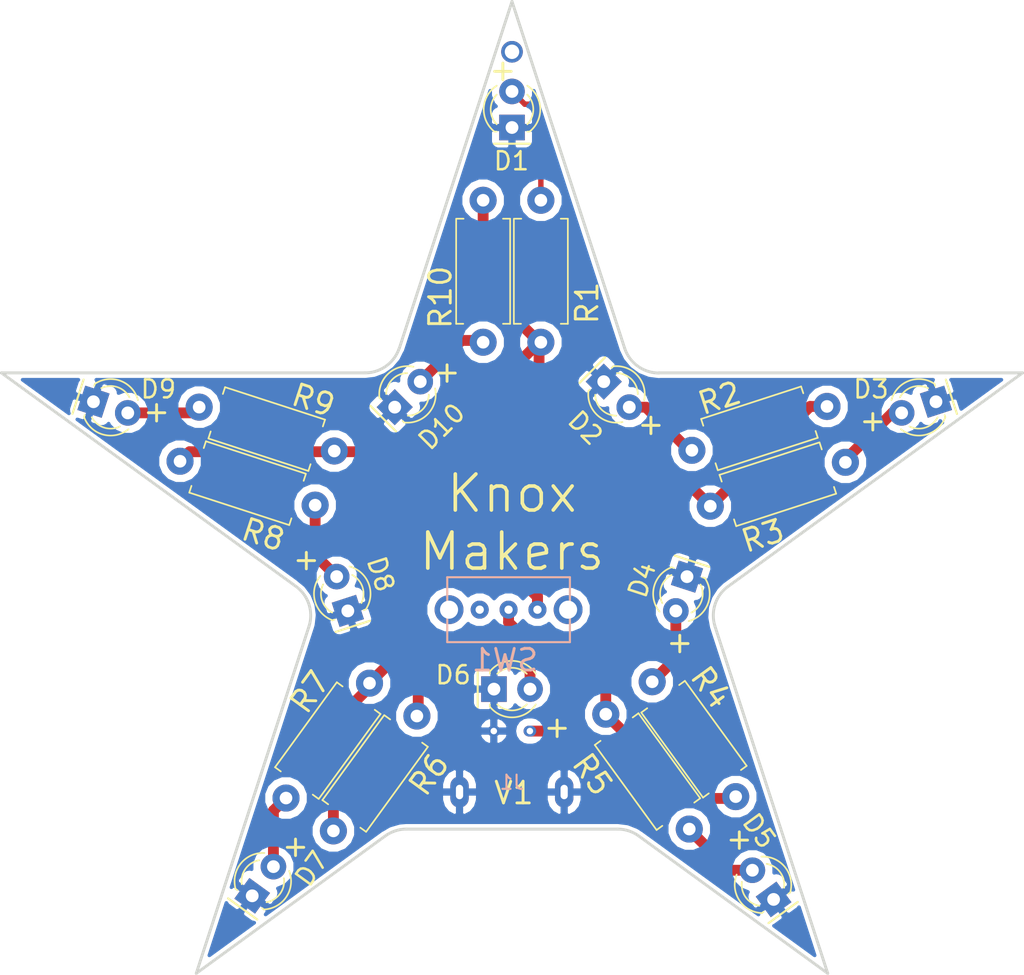
<source format=kicad_pcb>
(kicad_pcb (version 20171130) (host pcbnew "(5.0.1)-4")

  (general
    (thickness 1.6)
    (drawings 36)
    (tracks 68)
    (zones 0)
    (modules 22)
    (nets 14)
  )

  (page A4)
  (layers
    (0 F.Cu signal)
    (31 B.Cu signal hide)
    (32 B.Adhes user hide)
    (33 F.Adhes user hide)
    (34 B.Paste user hide)
    (35 F.Paste user hide)
    (36 B.SilkS user hide)
    (37 F.SilkS user)
    (38 B.Mask user hide)
    (39 F.Mask user)
    (40 Dwgs.User user hide)
    (41 Cmts.User user hide)
    (42 Eco1.User user hide)
    (43 Eco2.User user hide)
    (44 Edge.Cuts user)
    (45 Margin user hide)
    (46 B.CrtYd user)
    (47 F.CrtYd user hide)
    (48 B.Fab user hide)
    (49 F.Fab user hide)
  )

  (setup
    (last_trace_width 0.762)
    (trace_clearance 0.508)
    (zone_clearance 0.254)
    (zone_45_only no)
    (trace_min 0.254)
    (segment_width 0.2032)
    (edge_width 0.2032)
    (via_size 1.524)
    (via_drill 0.8001)
    (via_min_size 1.524)
    (via_min_drill 0.7874)
    (uvia_size 1.524)
    (uvia_drill 0.7874)
    (uvias_allowed no)
    (uvia_min_size 0.254)
    (uvia_min_drill 0.1)
    (pcb_text_width 0.3)
    (pcb_text_size 1.5 1.5)
    (mod_edge_width 0.15)
    (mod_text_size 1 1)
    (mod_text_width 0.15)
    (pad_size 1.2954 2.1844)
    (pad_drill 0.508)
    (pad_to_mask_clearance 0.2032)
    (solder_mask_min_width 0.254)
    (aux_axis_origin 0 0)
    (visible_elements 7FFFFFFF)
    (pcbplotparams
      (layerselection 0x010e0_ffffffff)
      (usegerberextensions false)
      (usegerberattributes false)
      (usegerberadvancedattributes false)
      (creategerberjobfile false)
      (excludeedgelayer true)
      (linewidth 0.100000)
      (plotframeref false)
      (viasonmask false)
      (mode 1)
      (useauxorigin false)
      (hpglpennumber 1)
      (hpglpenspeed 20)
      (hpglpendiameter 15.000000)
      (psnegative false)
      (psa4output false)
      (plotreference true)
      (plotvalue true)
      (plotinvisibletext false)
      (padsonsilk false)
      (subtractmaskfromsilk false)
      (outputformat 1)
      (mirror false)
      (drillshape 0)
      (scaleselection 1)
      (outputdirectory "PCB-Order/"))
  )

  (net 0 "")
  (net 1 GND)
  (net 2 "Net-(D1-Pad2)")
  (net 3 "Net-(D2-Pad2)")
  (net 4 "Net-(D3-Pad2)")
  (net 5 "Net-(D4-Pad2)")
  (net 6 "Net-(D5-Pad2)")
  (net 7 "Net-(D6-Pad2)")
  (net 8 "Net-(D7-Pad2)")
  (net 9 "Net-(D8-Pad2)")
  (net 10 "Net-(D10-Pad2)")
  (net 11 VCC)
  (net 12 "Net-(D9-Pad2)")
  (net 13 "Net-(J1-Pad3)")

  (net_class Default "This is the default net class."
    (clearance 0.508)
    (trace_width 0.762)
    (via_dia 1.524)
    (via_drill 0.8001)
    (uvia_dia 1.524)
    (uvia_drill 0.7874)
    (diff_pair_gap 2.54)
    (diff_pair_width 2.54)
    (add_net GND)
    (add_net "Net-(D1-Pad2)")
    (add_net "Net-(D10-Pad2)")
    (add_net "Net-(D2-Pad2)")
    (add_net "Net-(D3-Pad2)")
    (add_net "Net-(D4-Pad2)")
    (add_net "Net-(D5-Pad2)")
    (add_net "Net-(D6-Pad2)")
    (add_net "Net-(D7-Pad2)")
    (add_net "Net-(D8-Pad2)")
    (add_net "Net-(D9-Pad2)")
    (add_net "Net-(J1-Pad3)")
    (add_net VCC)
  )

  (net_class SMT ""
    (clearance 0.508)
    (trace_width 0.508)
    (via_dia 1.524)
    (via_drill 0.8001)
    (uvia_dia 1.524)
    (uvia_drill 0.7874)
    (diff_pair_gap 2.54)
    (diff_pair_width 2.54)
  )

  (module "Rays Footprints:USB Micro-B Power Only" (layer B.Cu) (tedit 5DB85E72) (tstamp 5D796CC5)
    (at 150.23 124.4648)
    (path /5D799CD9)
    (fp_text reference J1 (at 0 -0.5) (layer B.SilkS)
      (effects (font (size 1 1) (thickness 0.15)) (justify mirror))
    )
    (fp_text value USB-Micro-B-Power-Only (at 0 0.5) (layer B.Fab)
      (effects (font (size 1 1) (thickness 0.15)) (justify mirror))
    )
    (fp_line (start -3.8608 4.3815) (end 3.8608 4.3815) (layer B.Fab) (width 0.15))
    (fp_line (start 5.08 4.3815) (end 4.064 4.3815) (layer B.CrtYd) (width 0.15))
    (fp_line (start 0 5.715) (end 0.635 6.985) (layer B.Fab) (width 0.15))
    (fp_line (start -0.635 6.985) (end 0 5.715) (layer B.Fab) (width 0.15))
    (fp_line (start 0 11.43) (end 0 5.715) (layer B.Fab) (width 0.15))
    (fp_line (start -5.08 13.1445) (end -5.08 4.3815) (layer B.CrtYd) (width 0.15))
    (fp_line (start 5.08 13.1445) (end -5.08 13.1445) (layer B.CrtYd) (width 0.15))
    (fp_line (start 5.08 4.3815) (end 5.08 13.1445) (layer B.CrtYd) (width 0.15))
    (fp_line (start -4.064 4.3815) (end -5.08 4.3815) (layer B.CrtYd) (width 0.15))
    (fp_line (start 4.064 -4.3815) (end 4.064 4.3815) (layer B.CrtYd) (width 0.15))
    (fp_line (start -4.064 -4.3815) (end 4.064 -4.3815) (layer B.CrtYd) (width 0.15))
    (fp_line (start -4.064 4.3815) (end -4.064 -4.3815) (layer B.CrtYd) (width 0.15))
    (pad 3 thru_hole oval (at 1.27 -4.1148) (size 0.889 0.762) (drill 0.4572) (layers *.Cu *.Mask)
      (net 13 "Net-(J1-Pad3)"))
    (pad 4 thru_hole oval (at -1.27 -4.1148) (size 0.889 0.762) (drill 0.4572) (layers *.Cu *.Mask)
      (net 1 GND))
    (pad 2 thru_hole oval (at 3.683 0.1778) (size 1.2954 2.1844) (drill oval 0.508 1.016) (layers *.Cu *.Mask)
      (net 1 GND))
    (pad 1 thru_hole oval (at -3.683 0.1778) (size 1.2954 2.1844) (drill oval 0.508 1.016) (layers *.Cu *.Mask)
      (net 1 GND))
  )

  (module "Rays Footprints:LED_D3.0mm" (layer F.Cu) (tedit 5D7A5973) (tstamp 5D7686A0)
    (at 141.986 97.536 45)
    (descr "LED, diameter 3.0mm, 2 pins")
    (tags "LED diameter 3.0mm 2 pins")
    (path /5D87C8E1)
    (fp_text reference D10 (at 1.378858 3.307846 45) (layer F.SilkS)
      (effects (font (size 1.27 1.27) (thickness 0.1778)))
    )
    (fp_text value LED (at 1.885854 -4.041115 45) (layer F.Fab)
      (effects (font (size 1 1) (thickness 0.15)))
    )
    (fp_line (start -1.143 -1.270001) (end -1.143 1.270001) (layer F.SilkS) (width 0.15))
    (fp_arc (start 1.270001 0) (end -0.23 -1.166189) (angle 284.3) (layer F.Fab) (width 0.1))
    (fp_arc (start 1.270001 0) (end -0.29 -1.235516) (angle 108.8) (layer F.SilkS) (width 0.12))
    (fp_arc (start 1.270001 0) (end -0.29 1.235516) (angle -108.8) (layer F.SilkS) (width 0.12))
    (fp_arc (start 1.270001 0) (end 0.229039 -1.08) (angle 87.9) (layer F.SilkS) (width 0.12))
    (fp_arc (start 1.270001 0) (end 0.229039 1.08) (angle -87.9) (layer F.SilkS) (width 0.12))
    (fp_circle (center 1.270001 0) (end 2.77 0) (layer F.Fab) (width 0.1))
    (fp_line (start -0.23 -1.166189) (end -0.23 1.166189) (layer F.Fab) (width 0.1))
    (fp_line (start -0.29 -1.236) (end -0.29 -1.08) (layer F.SilkS) (width 0.12))
    (fp_line (start -0.29 1.08) (end -0.29 1.236) (layer F.SilkS) (width 0.12))
    (fp_line (start -1.15 -2.25) (end -1.15 2.25) (layer F.CrtYd) (width 0.05))
    (fp_line (start -1.15 2.25) (end 3.7 2.25) (layer F.CrtYd) (width 0.05))
    (fp_line (start 3.7 2.25) (end 3.7 -2.25) (layer F.CrtYd) (width 0.05))
    (fp_line (start 3.7 -2.25) (end -1.15 -2.25) (layer F.CrtYd) (width 0.05))
    (pad 1 thru_hole rect (at 0 0 45) (size 1.8 1.8) (drill 0.9) (layers *.Cu *.Mask)
      (net 1 GND))
    (pad 2 thru_hole circle (at 2.54 0 45) (size 1.8 1.8) (drill 0.9) (layers *.Cu *.Mask)
      (net 10 "Net-(D10-Pad2)"))
    (model ${KISYS3DMOD}/LEDs.3dshapes/LED_D3.0mm.wrl
      (at (xyz 0 0 0))
      (scale (xyz 0.393701 0.393701 0.393701))
      (rotate (xyz 0 0 0))
    )
  )

  (module "Rays Footprints:LED_D3.0mm" (layer F.Cu) (tedit 5D7A597D) (tstamp 5D769B3A)
    (at 156.699949 95.739949 315)
    (descr "LED, diameter 3.0mm, 2 pins")
    (tags "LED diameter 3.0mm 2 pins")
    (path /5C6F56F7)
    (fp_text reference D2 (at 1.386001 3.224407 315) (layer F.SilkS)
      (effects (font (size 1.27 1.27) (thickness 0.1778)))
    )
    (fp_text value LED (at 0.628618 -4.041115 315) (layer F.Fab)
      (effects (font (size 1 1) (thickness 0.15)))
    )
    (fp_line (start 3.7 -2.25) (end -1.15 -2.25) (layer F.CrtYd) (width 0.05))
    (fp_line (start 3.7 2.25) (end 3.7 -2.25) (layer F.CrtYd) (width 0.05))
    (fp_line (start -1.15 2.25) (end 3.7 2.25) (layer F.CrtYd) (width 0.05))
    (fp_line (start -1.15 -2.25) (end -1.15 2.25) (layer F.CrtYd) (width 0.05))
    (fp_line (start -0.29 1.08) (end -0.29 1.236) (layer F.SilkS) (width 0.12))
    (fp_line (start -0.29 -1.236) (end -0.29 -1.08) (layer F.SilkS) (width 0.12))
    (fp_line (start -0.23 -1.166189) (end -0.23 1.166189) (layer F.Fab) (width 0.1))
    (fp_circle (center 1.270001 0) (end 2.77 0) (layer F.Fab) (width 0.1))
    (fp_arc (start 1.270001 0) (end 0.229039 1.08) (angle -87.9) (layer F.SilkS) (width 0.12))
    (fp_arc (start 1.270001 0) (end 0.229039 -1.08) (angle 87.9) (layer F.SilkS) (width 0.12))
    (fp_arc (start 1.270001 0) (end -0.29 1.235516) (angle -108.8) (layer F.SilkS) (width 0.12))
    (fp_arc (start 1.270001 0) (end -0.29 -1.235516) (angle 108.8) (layer F.SilkS) (width 0.12))
    (fp_arc (start 1.270001 0) (end -0.23 -1.166189) (angle 284.3) (layer F.Fab) (width 0.1))
    (fp_line (start -1.143 -1.270001) (end -1.143 1.270001) (layer F.SilkS) (width 0.15))
    (pad 2 thru_hole circle (at 2.54 0 315) (size 1.8 1.8) (drill 0.9) (layers *.Cu *.Mask)
      (net 3 "Net-(D2-Pad2)"))
    (pad 1 thru_hole rect (at 0 0 315) (size 1.8 1.8) (drill 0.9) (layers *.Cu *.Mask)
      (net 1 GND))
    (model ${KISYS3DMOD}/LEDs.3dshapes/LED_D3.0mm.wrl
      (at (xyz 0 0 0))
      (scale (xyz 0.393701 0.393701 0.393701))
      (rotate (xyz 0 0 0))
    )
  )

  (module "Rays Footprints:LED_D3.0mm" (layer F.Cu) (tedit 5D767A61) (tstamp 5D7685DD)
    (at 162.56 109.474 252)
    (descr "LED, diameter 3.0mm, 2 pins")
    (tags "LED diameter 3.0mm 2 pins")
    (path /5C6F5750)
    (fp_text reference D4 (at 1.191432 2.935501 252) (layer F.SilkS)
      (effects (font (size 1.27 1.27) (thickness 0.1778)))
    )
    (fp_text value LED (at 1.16642 -4.227447 252) (layer F.Fab)
      (effects (font (size 1 1) (thickness 0.15)))
    )
    (fp_line (start -1.143 -1.27) (end -1.143 1.27) (layer F.SilkS) (width 0.15))
    (fp_arc (start 1.27 0) (end -0.23 -1.166191) (angle 284.3) (layer F.Fab) (width 0.1))
    (fp_arc (start 1.27 0) (end -0.29 -1.235516) (angle 108.8) (layer F.SilkS) (width 0.12))
    (fp_arc (start 1.27 0) (end -0.29 1.235516) (angle -108.8) (layer F.SilkS) (width 0.12))
    (fp_arc (start 1.27 0) (end 0.229039 -1.08) (angle 87.9) (layer F.SilkS) (width 0.12))
    (fp_arc (start 1.27 0) (end 0.229039 1.08) (angle -87.9) (layer F.SilkS) (width 0.12))
    (fp_circle (center 1.27 0) (end 2.77 0) (layer F.Fab) (width 0.1))
    (fp_line (start -0.23 -1.166191) (end -0.23 1.16619) (layer F.Fab) (width 0.1))
    (fp_line (start -0.29 -1.236) (end -0.29 -1.08) (layer F.SilkS) (width 0.12))
    (fp_line (start -0.29 1.08) (end -0.29 1.236) (layer F.SilkS) (width 0.12))
    (fp_line (start -1.15 -2.25) (end -1.15 2.25) (layer F.CrtYd) (width 0.05))
    (fp_line (start -1.15 2.25) (end 3.7 2.25) (layer F.CrtYd) (width 0.05))
    (fp_line (start 3.7 2.25) (end 3.7 -2.25) (layer F.CrtYd) (width 0.05))
    (fp_line (start 3.7 -2.25) (end -1.15 -2.25) (layer F.CrtYd) (width 0.05))
    (pad 1 thru_hole rect (at 0 0 252) (size 1.8 1.8) (drill 0.9) (layers *.Cu *.Mask)
      (net 1 GND))
    (pad 2 thru_hole circle (at 2.54 0 252) (size 1.8 1.8) (drill 0.9) (layers *.Cu *.Mask)
      (net 5 "Net-(D4-Pad2)"))
    (model ${KISYS3DMOD}/LEDs.3dshapes/LED_D3.0mm.wrl
      (at (xyz 0 0 0))
      (scale (xyz 0.393701 0.393701 0.393701))
      (rotate (xyz 0 0 0))
    )
  )

  (module "Rays Footprints:LED_D3.0mm" (layer F.Cu) (tedit 5D767A93) (tstamp 5D7650E5)
    (at 148.971 117.395)
    (descr "LED, diameter 3.0mm, 2 pins")
    (tags "LED diameter 3.0mm 2 pins")
    (path /5C714644)
    (fp_text reference D6 (at -2.871 -0.995) (layer F.SilkS)
      (effects (font (size 1.27 1.27) (thickness 0.1778)))
    )
    (fp_text value LED (at 1.27 4.318) (layer F.Fab)
      (effects (font (size 1 1) (thickness 0.15)))
    )
    (fp_line (start -1.143 -1.27) (end -1.143 1.27) (layer F.SilkS) (width 0.15))
    (fp_arc (start 1.27 0) (end -0.23 -1.16619) (angle 284.3) (layer F.Fab) (width 0.1))
    (fp_arc (start 1.27 0) (end -0.29 -1.235516) (angle 108.8) (layer F.SilkS) (width 0.12))
    (fp_arc (start 1.27 0) (end -0.29 1.235516) (angle -108.8) (layer F.SilkS) (width 0.12))
    (fp_arc (start 1.27 0) (end 0.229039 -1.08) (angle 87.9) (layer F.SilkS) (width 0.12))
    (fp_arc (start 1.27 0) (end 0.229039 1.08) (angle -87.9) (layer F.SilkS) (width 0.12))
    (fp_circle (center 1.27 0) (end 2.77 0) (layer F.Fab) (width 0.1))
    (fp_line (start -0.23 -1.16619) (end -0.23 1.16619) (layer F.Fab) (width 0.1))
    (fp_line (start -0.29 -1.236) (end -0.29 -1.08) (layer F.SilkS) (width 0.12))
    (fp_line (start -0.29 1.08) (end -0.29 1.236) (layer F.SilkS) (width 0.12))
    (fp_line (start -1.15 -2.25) (end -1.15 2.25) (layer F.CrtYd) (width 0.05))
    (fp_line (start -1.15 2.25) (end 3.7 2.25) (layer F.CrtYd) (width 0.05))
    (fp_line (start 3.7 2.25) (end 3.7 -2.25) (layer F.CrtYd) (width 0.05))
    (fp_line (start 3.7 -2.25) (end -1.15 -2.25) (layer F.CrtYd) (width 0.05))
    (pad 1 thru_hole rect (at 0 0) (size 1.8 1.8) (drill 0.9) (layers *.Cu *.Mask)
      (net 1 GND))
    (pad 2 thru_hole circle (at 2.54 0) (size 1.8 1.8) (drill 0.9) (layers *.Cu *.Mask)
      (net 7 "Net-(D6-Pad2)"))
    (model ${KISYS3DMOD}/LEDs.3dshapes/LED_D3.0mm.wrl
      (at (xyz 0 0 0))
      (scale (xyz 0.393701 0.393701 0.393701))
      (rotate (xyz 0 0 0))
    )
  )

  (module "Rays Footprints:LED_D3.0mm" (layer F.Cu) (tedit 5D7A598D) (tstamp 5D657B03)
    (at 138.684 111.887 108)
    (descr "LED, diameter 3.0mm, 2 pins")
    (tags "LED diameter 3.0mm 2 pins")
    (path /5C714656)
    (fp_text reference D8 (at 1.7447 3.002074 108) (layer F.SilkS)
      (effects (font (size 1.27 1.27) (thickness 0.1778)))
    )
    (fp_text value LED (at 1.213551 -4.145907 108) (layer F.Fab)
      (effects (font (size 1 1) (thickness 0.15)))
    )
    (fp_line (start 3.7 -2.25) (end -1.15 -2.25) (layer F.CrtYd) (width 0.05))
    (fp_line (start 3.7 2.25) (end 3.7 -2.25) (layer F.CrtYd) (width 0.05))
    (fp_line (start -1.15 2.25) (end 3.7 2.25) (layer F.CrtYd) (width 0.05))
    (fp_line (start -1.15 -2.25) (end -1.15 2.25) (layer F.CrtYd) (width 0.05))
    (fp_line (start -0.29 1.08) (end -0.29 1.236) (layer F.SilkS) (width 0.12))
    (fp_line (start -0.29 -1.236) (end -0.29 -1.08) (layer F.SilkS) (width 0.12))
    (fp_line (start -0.23 -1.16619) (end -0.23 1.166191) (layer F.Fab) (width 0.1))
    (fp_circle (center 1.27 0) (end 2.77 0) (layer F.Fab) (width 0.1))
    (fp_arc (start 1.27 0) (end 0.229039 1.08) (angle -87.9) (layer F.SilkS) (width 0.12))
    (fp_arc (start 1.27 0) (end 0.229039 -1.08) (angle 87.9) (layer F.SilkS) (width 0.12))
    (fp_arc (start 1.27 0) (end -0.29 1.235516) (angle -108.8) (layer F.SilkS) (width 0.12))
    (fp_arc (start 1.27 0) (end -0.29 -1.235516) (angle 108.8) (layer F.SilkS) (width 0.12))
    (fp_arc (start 1.27 0) (end -0.23 -1.16619) (angle 284.3) (layer F.Fab) (width 0.1))
    (fp_line (start -1.143 -1.27) (end -1.143 1.27) (layer F.SilkS) (width 0.15))
    (pad 2 thru_hole circle (at 2.54 0 108) (size 1.8 1.8) (drill 0.9) (layers *.Cu *.Mask)
      (net 9 "Net-(D8-Pad2)"))
    (pad 1 thru_hole rect (at 0 0 108) (size 1.8 1.8) (drill 0.9) (layers *.Cu *.Mask)
      (net 1 GND))
    (model ${KISYS3DMOD}/LEDs.3dshapes/LED_D3.0mm.wrl
      (at (xyz 0 0 0))
      (scale (xyz 0.393701 0.393701 0.393701))
      (rotate (xyz 0 0 0))
    )
  )

  (module "Rays Footprints:KM-SPDT-Slide" (layer B.Cu) (tedit 5D6459E7) (tstamp 5D76944C)
    (at 150 111.8 180)
    (path /5D646327)
    (fp_text reference SW1 (at 0.254 -3.556 180) (layer B.SilkS)
      (effects (font (size 1.524 1.524) (thickness 0.2032)) (justify mirror))
    )
    (fp_text value SW_SPDT (at 0 -4.572 180) (layer B.Fab)
      (effects (font (size 1 1) (thickness 0.15)) (justify mirror))
    )
    (fp_line (start 3.174999 2.54) (end -3.175 2.54) (layer B.CrtYd) (width 0.15))
    (fp_line (start 3.175 5.08) (end 3.174999 2.54) (layer B.CrtYd) (width 0.15))
    (fp_line (start -3.175 5.08) (end 3.175 5.08) (layer B.CrtYd) (width 0.15))
    (fp_line (start -3.175 2.54) (end -3.175 5.08) (layer B.CrtYd) (width 0.15))
    (fp_line (start -4.572 -2.54) (end -4.572 2.54) (layer B.CrtYd) (width 0.15))
    (fp_line (start 4.572 -2.54) (end -4.572 -2.54) (layer B.CrtYd) (width 0.15))
    (fp_line (start 4.572 2.54) (end 4.572 -2.54) (layer B.CrtYd) (width 0.15))
    (fp_line (start -4.572 2.54) (end 4.572 2.54) (layer B.CrtYd) (width 0.15))
    (fp_line (start -4.318 -2.286001) (end -4.318 2.286) (layer B.SilkS) (width 0.15))
    (fp_line (start 4.318 -2.286) (end -4.318 -2.286001) (layer B.SilkS) (width 0.15))
    (fp_line (start 4.318 2.286001) (end 4.318 -2.286) (layer B.SilkS) (width 0.15))
    (fp_line (start -4.318 2.286) (end 4.318 2.286001) (layer B.SilkS) (width 0.15))
    (pad 4 thru_hole circle (at 4.191 0 180) (size 2.032 2.032) (drill 1.27) (layers *.Cu *.Mask))
    (pad 4 thru_hole circle (at -4.191 0 180) (size 2.032 2.032) (drill 1.27) (layers *.Cu *.Mask))
    (pad 3 thru_hole circle (at 2.032001 0 180) (size 1.27 1.27) (drill 0.5842) (layers *.Cu *.Mask))
    (pad 2 thru_hole circle (at 0 0 180) (size 1.27 1.27) (drill 0.5842) (layers *.Cu *.Mask)
      (net 13 "Net-(J1-Pad3)"))
    (pad 1 thru_hole circle (at -2.032001 0 180) (size 1.27 1.27) (drill 0.5842) (layers *.Cu *.Mask)
      (net 11 VCC))
  )

  (module "Rays Footprints:LED_D3.0mm" (layer F.Cu) (tedit 5D7690DA) (tstamp 5D657AA4)
    (at 180.086 97.155 198)
    (descr "LED, diameter 3.0mm, 2 pins")
    (tags "LED diameter 3.0mm 2 pins")
    (path /5C6F5728)
    (fp_text reference D3 (at 4.073514 2.258315 180) (layer F.SilkS)
      (effects (font (size 1.27 1.27) (thickness 0.1778)))
    )
    (fp_text value LED (at 1.135061 -3.904339 198) (layer F.Fab)
      (effects (font (size 1 1) (thickness 0.15)))
    )
    (fp_line (start -1.143 -1.27) (end -1.143 1.27) (layer F.SilkS) (width 0.15))
    (fp_arc (start 1.27 0) (end -0.23 -1.16619) (angle 284.3) (layer F.Fab) (width 0.1))
    (fp_arc (start 1.27 0) (end -0.29 -1.235516) (angle 108.8) (layer F.SilkS) (width 0.12))
    (fp_arc (start 1.27 0) (end -0.29 1.235516) (angle -108.8) (layer F.SilkS) (width 0.12))
    (fp_arc (start 1.27 0) (end 0.229039 -1.08) (angle 87.9) (layer F.SilkS) (width 0.12))
    (fp_arc (start 1.27 0) (end 0.229039 1.08) (angle -87.9) (layer F.SilkS) (width 0.12))
    (fp_circle (center 1.27 0) (end 2.77 0) (layer F.Fab) (width 0.1))
    (fp_line (start -0.23 -1.16619) (end -0.23 1.166191) (layer F.Fab) (width 0.1))
    (fp_line (start -0.29 -1.236) (end -0.29 -1.08) (layer F.SilkS) (width 0.12))
    (fp_line (start -0.29 1.08) (end -0.29 1.236) (layer F.SilkS) (width 0.12))
    (fp_line (start -1.15 -2.25) (end -1.15 2.25) (layer F.CrtYd) (width 0.05))
    (fp_line (start -1.15 2.25) (end 3.7 2.25) (layer F.CrtYd) (width 0.05))
    (fp_line (start 3.7 2.25) (end 3.7 -2.25) (layer F.CrtYd) (width 0.05))
    (fp_line (start 3.7 -2.25) (end -1.15 -2.25) (layer F.CrtYd) (width 0.05))
    (pad 1 thru_hole rect (at 0 0 198) (size 1.8 1.8) (drill 0.9) (layers *.Cu *.Mask)
      (net 1 GND))
    (pad 2 thru_hole circle (at 2.54 0 198) (size 1.8 1.8) (drill 0.9) (layers *.Cu *.Mask)
      (net 4 "Net-(D3-Pad2)"))
    (model ${KISYS3DMOD}/LEDs.3dshapes/LED_D3.0mm.wrl
      (at (xyz 0 0 0))
      (scale (xyz 0.393701 0.393701 0.393701))
      (rotate (xyz 0 0 0))
    )
  )

  (module "Rays Footprints:LED_D3.0mm" (layer F.Cu) (tedit 5D767A9E) (tstamp 5D657ACA)
    (at 168.656 132.207 126)
    (descr "LED, diameter 3.0mm, 2 pins")
    (tags "LED diameter 3.0mm 2 pins")
    (path /5C71463E)
    (fp_text reference D5 (at 4.501506 2.01469 126) (layer F.SilkS)
      (effects (font (size 1.27 1.27) (thickness 0.1778)))
    )
    (fp_text value LED (at 0.754477 -3.847298 126) (layer F.Fab)
      (effects (font (size 1 1) (thickness 0.15)))
    )
    (fp_line (start 3.7 -2.25) (end -1.15 -2.25) (layer F.CrtYd) (width 0.05))
    (fp_line (start 3.7 2.25) (end 3.7 -2.25) (layer F.CrtYd) (width 0.05))
    (fp_line (start -1.15 2.25) (end 3.7 2.25) (layer F.CrtYd) (width 0.05))
    (fp_line (start -1.15 -2.25) (end -1.15 2.25) (layer F.CrtYd) (width 0.05))
    (fp_line (start -0.29 1.08) (end -0.290001 1.236) (layer F.SilkS) (width 0.12))
    (fp_line (start -0.290001 -1.236) (end -0.29 -1.08) (layer F.SilkS) (width 0.12))
    (fp_line (start -0.23 -1.16619) (end -0.23 1.16619) (layer F.Fab) (width 0.1))
    (fp_circle (center 1.27 0) (end 2.77 0) (layer F.Fab) (width 0.1))
    (fp_arc (start 1.27 0) (end 0.229039 1.080001) (angle -87.9) (layer F.SilkS) (width 0.12))
    (fp_arc (start 1.27 0) (end 0.229039 -1.080001) (angle 87.9) (layer F.SilkS) (width 0.12))
    (fp_arc (start 1.27 0) (end -0.29 1.235516) (angle -108.8) (layer F.SilkS) (width 0.12))
    (fp_arc (start 1.27 0) (end -0.29 -1.235516) (angle 108.8) (layer F.SilkS) (width 0.12))
    (fp_arc (start 1.27 0) (end -0.23 -1.16619) (angle 284.3) (layer F.Fab) (width 0.1))
    (fp_line (start -1.143 -1.27) (end -1.143 1.27) (layer F.SilkS) (width 0.15))
    (pad 2 thru_hole circle (at 2.54 0 126) (size 1.8 1.8) (drill 0.9) (layers *.Cu *.Mask)
      (net 6 "Net-(D5-Pad2)"))
    (pad 1 thru_hole rect (at 0 0 126) (size 1.8 1.8) (drill 0.9) (layers *.Cu *.Mask)
      (net 1 GND))
    (model ${KISYS3DMOD}/LEDs.3dshapes/LED_D3.0mm.wrl
      (at (xyz 0 0 0))
      (scale (xyz 0.393701 0.393701 0.393701))
      (rotate (xyz 0 0 0))
    )
  )

  (module "Rays Footprints:LED_D3.0mm" (layer F.Cu) (tedit 5D767AAD) (tstamp 5D657AF0)
    (at 131.953 131.953 54)
    (descr "LED, diameter 3.0mm, 2 pins")
    (tags "LED diameter 3.0mm 2 pins")
    (path /5C71464A)
    (fp_text reference D7 (at 4.004585 2.270859 54) (layer F.SilkS)
      (effects (font (size 1.27 1.27) (thickness 0.1778)))
    )
    (fp_text value LED (at 0.972909 -3.846473 54) (layer F.Fab)
      (effects (font (size 1 1) (thickness 0.15)))
    )
    (fp_line (start 3.7 -2.25) (end -1.15 -2.25) (layer F.CrtYd) (width 0.05))
    (fp_line (start 3.7 2.25) (end 3.7 -2.25) (layer F.CrtYd) (width 0.05))
    (fp_line (start -1.15 2.25) (end 3.7 2.25) (layer F.CrtYd) (width 0.05))
    (fp_line (start -1.15 -2.25) (end -1.15 2.25) (layer F.CrtYd) (width 0.05))
    (fp_line (start -0.29 1.08) (end -0.290001 1.236) (layer F.SilkS) (width 0.12))
    (fp_line (start -0.29 -1.236) (end -0.29 -1.08) (layer F.SilkS) (width 0.12))
    (fp_line (start -0.23 -1.16619) (end -0.23 1.16619) (layer F.Fab) (width 0.1))
    (fp_circle (center 1.27 0) (end 2.77 0) (layer F.Fab) (width 0.1))
    (fp_arc (start 1.27 0) (end 0.229039 1.08) (angle -87.9) (layer F.SilkS) (width 0.12))
    (fp_arc (start 1.27 0) (end 0.229039 -1.080001) (angle 87.9) (layer F.SilkS) (width 0.12))
    (fp_arc (start 1.27 0) (end -0.29 1.235516) (angle -108.8) (layer F.SilkS) (width 0.12))
    (fp_arc (start 1.27 0) (end -0.29 -1.235516) (angle 108.8) (layer F.SilkS) (width 0.12))
    (fp_arc (start 1.27 0) (end -0.23 -1.16619) (angle 284.3) (layer F.Fab) (width 0.1))
    (fp_line (start -1.143 -1.27) (end -1.143 1.27) (layer F.SilkS) (width 0.15))
    (pad 2 thru_hole circle (at 2.54 0 54) (size 1.8 1.8) (drill 0.9) (layers *.Cu *.Mask)
      (net 8 "Net-(D7-Pad2)"))
    (pad 1 thru_hole rect (at 0 0 54) (size 1.8 1.8) (drill 0.9) (layers *.Cu *.Mask)
      (net 1 GND))
    (model ${KISYS3DMOD}/LEDs.3dshapes/LED_D3.0mm.wrl
      (at (xyz 0 0 0))
      (scale (xyz 0.393701 0.393701 0.393701))
      (rotate (xyz 0 0 0))
    )
  )

  (module "Rays Footprints:LED_D3.0mm" (layer F.Cu) (tedit 5D7690C4) (tstamp 5D7678EF)
    (at 120.777 97.155 342)
    (descr "LED, diameter 3.0mm, 2 pins")
    (tags "LED diameter 3.0mm 2 pins")
    (path /5D878507)
    (fp_text reference D9 (at 4.073514 -2.258315) (layer F.SilkS)
      (effects (font (size 1.27 1.27) (thickness 0.1778)))
    )
    (fp_text value LED (at 0.510575 -3.77136 342) (layer F.Fab)
      (effects (font (size 1 1) (thickness 0.15)))
    )
    (fp_line (start 3.7 -2.25) (end -1.15 -2.25) (layer F.CrtYd) (width 0.05))
    (fp_line (start 3.7 2.25) (end 3.7 -2.25) (layer F.CrtYd) (width 0.05))
    (fp_line (start -1.15 2.25) (end 3.7 2.25) (layer F.CrtYd) (width 0.05))
    (fp_line (start -1.15 -2.25) (end -1.15 2.25) (layer F.CrtYd) (width 0.05))
    (fp_line (start -0.29 1.08) (end -0.29 1.236) (layer F.SilkS) (width 0.12))
    (fp_line (start -0.29 -1.236) (end -0.29 -1.08) (layer F.SilkS) (width 0.12))
    (fp_line (start -0.23 -1.166191) (end -0.23 1.16619) (layer F.Fab) (width 0.1))
    (fp_circle (center 1.27 0) (end 2.77 0) (layer F.Fab) (width 0.1))
    (fp_arc (start 1.27 0) (end 0.229039 1.08) (angle -87.9) (layer F.SilkS) (width 0.12))
    (fp_arc (start 1.27 0) (end 0.229039 -1.08) (angle 87.9) (layer F.SilkS) (width 0.12))
    (fp_arc (start 1.27 0) (end -0.29 1.235516) (angle -108.8) (layer F.SilkS) (width 0.12))
    (fp_arc (start 1.27 0) (end -0.29 -1.235516) (angle 108.8) (layer F.SilkS) (width 0.12))
    (fp_arc (start 1.27 0) (end -0.23 -1.166191) (angle 284.3) (layer F.Fab) (width 0.1))
    (fp_line (start -1.143 -1.27) (end -1.143 1.27) (layer F.SilkS) (width 0.15))
    (pad 2 thru_hole circle (at 2.54 0 342) (size 1.8 1.8) (drill 0.9) (layers *.Cu *.Mask)
      (net 12 "Net-(D9-Pad2)"))
    (pad 1 thru_hole rect (at 0 0 342) (size 1.8 1.8) (drill 0.9) (layers *.Cu *.Mask)
      (net 1 GND))
    (model ${KISYS3DMOD}/LEDs.3dshapes/LED_D3.0mm.wrl
      (at (xyz 0 0 0))
      (scale (xyz 0.393701 0.393701 0.393701))
      (rotate (xyz 0 0 0))
    )
  )

  (module "Rays Footprints:LED_D3.0mm" (layer F.Cu) (tedit 5D768DBF) (tstamp 5D767C71)
    (at 150.241 77.84 90)
    (descr "LED, diameter 3.0mm, 2 pins")
    (tags "LED diameter 3.0mm 2 pins")
    (path /5C6F56D9)
    (fp_text reference D1 (at -2.36 -0.041) (layer F.SilkS)
      (effects (font (size 1.27 1.27) (thickness 0.1778)))
    )
    (fp_text value LED (at 1.143 -3.683 90) (layer F.Fab)
      (effects (font (size 1 1) (thickness 0.15)))
    )
    (fp_line (start 3.7 -2.25) (end -1.15 -2.25) (layer F.CrtYd) (width 0.05))
    (fp_line (start 3.7 2.25) (end 3.7 -2.25) (layer F.CrtYd) (width 0.05))
    (fp_line (start -1.15 2.25) (end 3.7 2.25) (layer F.CrtYd) (width 0.05))
    (fp_line (start -1.15 -2.25) (end -1.15 2.25) (layer F.CrtYd) (width 0.05))
    (fp_line (start -0.29 1.08) (end -0.29 1.236) (layer F.SilkS) (width 0.12))
    (fp_line (start -0.29 -1.236) (end -0.29 -1.08) (layer F.SilkS) (width 0.12))
    (fp_line (start -0.23 -1.16619) (end -0.23 1.16619) (layer F.Fab) (width 0.1))
    (fp_circle (center 1.27 0) (end 2.77 0) (layer F.Fab) (width 0.1))
    (fp_arc (start 1.27 0) (end 0.229039 1.08) (angle -87.9) (layer F.SilkS) (width 0.12))
    (fp_arc (start 1.27 0) (end 0.229039 -1.08) (angle 87.9) (layer F.SilkS) (width 0.12))
    (fp_arc (start 1.27 0) (end -0.29 1.235516) (angle -108.8) (layer F.SilkS) (width 0.12))
    (fp_arc (start 1.27 0) (end -0.29 -1.235516) (angle 108.8) (layer F.SilkS) (width 0.12))
    (fp_arc (start 1.27 0) (end -0.23 -1.16619) (angle 284.3) (layer F.Fab) (width 0.1))
    (fp_line (start -1.143 -1.27) (end -1.143 1.27) (layer F.SilkS) (width 0.15))
    (pad 2 thru_hole circle (at 2.54 0 90) (size 1.8 1.8) (drill 0.9) (layers *.Cu *.Mask)
      (net 2 "Net-(D1-Pad2)"))
    (pad 1 thru_hole rect (at 0 0 90) (size 1.8 1.8) (drill 0.9) (layers *.Cu *.Mask)
      (net 1 GND))
    (model ${KISYS3DMOD}/LEDs.3dshapes/LED_D3.0mm.wrl
      (at (xyz 0 0 0))
      (scale (xyz 0.393701 0.393701 0.393701))
      (rotate (xyz 0 0 0))
    )
  )

  (module "Rays Footprints:R_Axial_Stackpole_CF14_Series" (layer F.Cu) (tedit 5D7A51EB) (tstamp 5D7A5905)
    (at 152.273 92.964 90)
    (descr "Resistor, Axial_DIN0411 series, Axial, Horizontal, pin pitch=12.7mm, 1W = 1/1W, length*diameter=9.9*3.6mm^2")
    (tags "Resistor Axial_DIN0411 series Axial Horizontal pin pitch 12.7mm 1W = 1/1W length 9.9mm diameter 3.6mm")
    (path /5D784021)
    (fp_text reference R1 (at 2.764 3.254 90) (layer F.SilkS)
      (effects (font (size 1.524 1.524) (thickness 0.2032)))
    )
    (fp_text value 300 (at 5.08 2.86 270) (layer F.Fab)
      (effects (font (size 1 1) (thickness 0.15)))
    )
    (fp_line (start 1.397 -1.3462) (end 1.397 1.3462) (layer F.Fab) (width 0.1))
    (fp_line (start 1.397 1.3462) (end 8.6106 1.3462) (layer F.Fab) (width 0.1))
    (fp_line (start 8.6106 1.3462) (end 8.6106 -1.3462) (layer F.Fab) (width 0.1))
    (fp_line (start 8.6106 -1.3462) (end 1.397 -1.3462) (layer F.Fab) (width 0.1))
    (fp_line (start 0 0) (end 1.4 0) (layer F.Fab) (width 0.1))
    (fp_line (start 10.0076 0) (end 8.6106 0) (layer F.Fab) (width 0.1))
    (fp_line (start 1.3 -1.4) (end 1.3 -1.9) (layer F.SilkS) (width 0.12))
    (fp_line (start 1.3 -1.9) (end 8.7 -1.9) (layer F.SilkS) (width 0.12))
    (fp_line (start 8.7 -1.86) (end 8.7 -1.38) (layer F.SilkS) (width 0.12))
    (fp_line (start 1.3 1.4) (end 1.3 1.9) (layer F.SilkS) (width 0.12))
    (fp_line (start 1.3 1.9) (end 8.7 1.9) (layer F.SilkS) (width 0.12))
    (fp_line (start 8.7 1.9) (end 8.7 1.4) (layer F.SilkS) (width 0.12))
    (fp_line (start -1.4478 -1.8542) (end -1.4478 1.8542) (layer F.CrtYd) (width 0.05))
    (fp_line (start -1.4478 1.8542) (end 11.5062 1.8542) (layer F.CrtYd) (width 0.05))
    (fp_line (start 11.5062 1.8542) (end 11.5062 -1.8542) (layer F.CrtYd) (width 0.05))
    (fp_line (start 11.5062 -1.8542) (end -1.4478 -1.8542) (layer F.CrtYd) (width 0.05))
    (pad 1 thru_hole circle (at 0 0 90) (size 1.905 1.905) (drill 0.889) (layers *.Cu *.Mask)
      (net 11 VCC))
    (pad 2 thru_hole circle (at 10 0 90) (size 1.905 1.905) (drill 0.889) (layers *.Cu *.Mask)
      (net 2 "Net-(D1-Pad2)"))
    (model ${KISYS3DMOD}/Resistors_THT.3dshapes/R_Axial_DIN0411_L9.9mm_D3.6mm_P12.70mm_Horizontal.wrl
      (at (xyz 0 0 0))
      (scale (xyz 0.393701 0.393701 0.393701))
      (rotate (xyz 0 0 0))
    )
  )

  (module "Rays Footprints:R_Axial_Stackpole_CF14_Series" (layer F.Cu) (tedit 5D7A51EB) (tstamp 5D7A591A)
    (at 172.4152 97.4852 198)
    (descr "Resistor, Axial_DIN0411 series, Axial, Horizontal, pin pitch=12.7mm, 1W = 1/1W, length*diameter=9.9*3.6mm^2")
    (tags "Resistor Axial_DIN0411 series Axial Horizontal pin pitch 12.7mm 1W = 1/1W length 9.9mm diameter 3.6mm")
    (path /5D784027)
    (fp_text reference R2 (at 7.018209 2.894619 198) (layer F.SilkS)
      (effects (font (size 1.524 1.524) (thickness 0.2032)))
    )
    (fp_text value 300 (at 5.08 2.86 18) (layer F.Fab)
      (effects (font (size 1 1) (thickness 0.15)))
    )
    (fp_line (start 11.5062 -1.8542) (end -1.4478 -1.8542) (layer F.CrtYd) (width 0.05))
    (fp_line (start 11.5062 1.8542) (end 11.5062 -1.8542) (layer F.CrtYd) (width 0.05))
    (fp_line (start -1.4478 1.8542) (end 11.5062 1.8542) (layer F.CrtYd) (width 0.05))
    (fp_line (start -1.4478 -1.8542) (end -1.4478 1.8542) (layer F.CrtYd) (width 0.05))
    (fp_line (start 8.7 1.9) (end 8.7 1.4) (layer F.SilkS) (width 0.12))
    (fp_line (start 1.3 1.9) (end 8.7 1.9) (layer F.SilkS) (width 0.12))
    (fp_line (start 1.3 1.4) (end 1.3 1.9) (layer F.SilkS) (width 0.12))
    (fp_line (start 8.7 -1.86) (end 8.7 -1.38) (layer F.SilkS) (width 0.12))
    (fp_line (start 1.3 -1.9) (end 8.7 -1.9) (layer F.SilkS) (width 0.12))
    (fp_line (start 1.3 -1.4) (end 1.3 -1.9) (layer F.SilkS) (width 0.12))
    (fp_line (start 10.0076 0) (end 8.6106 0) (layer F.Fab) (width 0.1))
    (fp_line (start 0 0) (end 1.4 0) (layer F.Fab) (width 0.1))
    (fp_line (start 8.6106 -1.3462) (end 1.397 -1.3462) (layer F.Fab) (width 0.1))
    (fp_line (start 8.6106 1.3462) (end 8.6106 -1.3462) (layer F.Fab) (width 0.1))
    (fp_line (start 1.397 1.3462) (end 8.6106 1.3462) (layer F.Fab) (width 0.1))
    (fp_line (start 1.397 -1.3462) (end 1.397 1.3462) (layer F.Fab) (width 0.1))
    (pad 2 thru_hole circle (at 10 0 198) (size 1.905 1.905) (drill 0.889) (layers *.Cu *.Mask)
      (net 3 "Net-(D2-Pad2)"))
    (pad 1 thru_hole circle (at 0 0 198) (size 1.905 1.905) (drill 0.889) (layers *.Cu *.Mask)
      (net 11 VCC))
    (model ${KISYS3DMOD}/Resistors_THT.3dshapes/R_Axial_DIN0411_L9.9mm_D3.6mm_P12.70mm_Horizontal.wrl
      (at (xyz 0 0 0))
      (scale (xyz 0.393701 0.393701 0.393701))
      (rotate (xyz 0 0 0))
    )
  )

  (module "Rays Footprints:R_Axial_Stackpole_CF14_Series" (layer F.Cu) (tedit 5D7A51EB) (tstamp 5D7A592F)
    (at 164.200266 104.511013 18)
    (descr "Resistor, Axial_DIN0411 series, Axial, Horizontal, pin pitch=12.7mm, 1W = 1/1W, length*diameter=9.9*3.6mm^2")
    (tags "Resistor Axial_DIN0411 series Axial Horizontal pin pitch 12.7mm 1W = 1/1W length 9.9mm diameter 3.6mm")
    (path /5D78402D)
    (fp_text reference R3 (at 2.873124 3.130025 18) (layer F.SilkS)
      (effects (font (size 1.524 1.524) (thickness 0.2032)))
    )
    (fp_text value 300 (at 5.08 2.86 198) (layer F.Fab)
      (effects (font (size 1 1) (thickness 0.15)))
    )
    (fp_line (start 11.5062 -1.8542) (end -1.4478 -1.8542) (layer F.CrtYd) (width 0.05))
    (fp_line (start 11.5062 1.8542) (end 11.5062 -1.8542) (layer F.CrtYd) (width 0.05))
    (fp_line (start -1.4478 1.8542) (end 11.5062 1.8542) (layer F.CrtYd) (width 0.05))
    (fp_line (start -1.4478 -1.8542) (end -1.4478 1.8542) (layer F.CrtYd) (width 0.05))
    (fp_line (start 8.7 1.9) (end 8.7 1.4) (layer F.SilkS) (width 0.12))
    (fp_line (start 1.3 1.9) (end 8.7 1.9) (layer F.SilkS) (width 0.12))
    (fp_line (start 1.3 1.4) (end 1.3 1.9) (layer F.SilkS) (width 0.12))
    (fp_line (start 8.7 -1.86) (end 8.7 -1.38) (layer F.SilkS) (width 0.12))
    (fp_line (start 1.3 -1.9) (end 8.7 -1.9) (layer F.SilkS) (width 0.12))
    (fp_line (start 1.3 -1.4) (end 1.3 -1.9) (layer F.SilkS) (width 0.12))
    (fp_line (start 10.0076 0) (end 8.6106 0) (layer F.Fab) (width 0.1))
    (fp_line (start 0 0) (end 1.4 0) (layer F.Fab) (width 0.1))
    (fp_line (start 8.6106 -1.3462) (end 1.397 -1.3462) (layer F.Fab) (width 0.1))
    (fp_line (start 8.6106 1.3462) (end 8.6106 -1.3462) (layer F.Fab) (width 0.1))
    (fp_line (start 1.397 1.3462) (end 8.6106 1.3462) (layer F.Fab) (width 0.1))
    (fp_line (start 1.397 -1.3462) (end 1.397 1.3462) (layer F.Fab) (width 0.1))
    (pad 2 thru_hole circle (at 10 0 18) (size 1.905 1.905) (drill 0.889) (layers *.Cu *.Mask)
      (net 4 "Net-(D3-Pad2)"))
    (pad 1 thru_hole circle (at 0 0 18) (size 1.905 1.905) (drill 0.889) (layers *.Cu *.Mask)
      (net 11 VCC))
    (model ${KISYS3DMOD}/Resistors_THT.3dshapes/R_Axial_DIN0411_L9.9mm_D3.6mm_P12.70mm_Horizontal.wrl
      (at (xyz 0 0 0))
      (scale (xyz 0.393701 0.393701 0.393701))
      (rotate (xyz 0 0 0))
    )
  )

  (module "Rays Footprints:R_Axial_Stackpole_CF14_Series" (layer F.Cu) (tedit 5D7A51EB) (tstamp 5D7A5944)
    (at 165.989 124.968 126)
    (descr "Resistor, Axial_DIN0411 series, Axial, Horizontal, pin pitch=12.7mm, 1W = 1/1W, length*diameter=9.9*3.6mm^2")
    (tags "Resistor Axial_DIN0411 series Axial Horizontal pin pitch 12.7mm 1W = 1/1W length 9.9mm diameter 3.6mm")
    (path /5D784033)
    (fp_text reference R4 (at 7.261063 3.09752 126) (layer F.SilkS)
      (effects (font (size 1.524 1.524) (thickness 0.2032)))
    )
    (fp_text value 300 (at 5.08 2.86 306) (layer F.Fab)
      (effects (font (size 1 1) (thickness 0.15)))
    )
    (fp_line (start 1.397 -1.3462) (end 1.397 1.3462) (layer F.Fab) (width 0.1))
    (fp_line (start 1.397 1.3462) (end 8.6106 1.3462) (layer F.Fab) (width 0.1))
    (fp_line (start 8.6106 1.3462) (end 8.6106 -1.3462) (layer F.Fab) (width 0.1))
    (fp_line (start 8.6106 -1.3462) (end 1.397 -1.3462) (layer F.Fab) (width 0.1))
    (fp_line (start 0 0) (end 1.4 0) (layer F.Fab) (width 0.1))
    (fp_line (start 10.0076 0) (end 8.6106 0) (layer F.Fab) (width 0.1))
    (fp_line (start 1.3 -1.4) (end 1.3 -1.9) (layer F.SilkS) (width 0.12))
    (fp_line (start 1.3 -1.9) (end 8.7 -1.9) (layer F.SilkS) (width 0.12))
    (fp_line (start 8.7 -1.86) (end 8.7 -1.38) (layer F.SilkS) (width 0.12))
    (fp_line (start 1.3 1.4) (end 1.3 1.9) (layer F.SilkS) (width 0.12))
    (fp_line (start 1.3 1.9) (end 8.7 1.9) (layer F.SilkS) (width 0.12))
    (fp_line (start 8.7 1.9) (end 8.7 1.4) (layer F.SilkS) (width 0.12))
    (fp_line (start -1.4478 -1.8542) (end -1.4478 1.8542) (layer F.CrtYd) (width 0.05))
    (fp_line (start -1.4478 1.8542) (end 11.5062 1.8542) (layer F.CrtYd) (width 0.05))
    (fp_line (start 11.5062 1.8542) (end 11.5062 -1.8542) (layer F.CrtYd) (width 0.05))
    (fp_line (start 11.5062 -1.8542) (end -1.4478 -1.8542) (layer F.CrtYd) (width 0.05))
    (pad 1 thru_hole circle (at 0 0 126) (size 1.905 1.905) (drill 0.889) (layers *.Cu *.Mask)
      (net 11 VCC))
    (pad 2 thru_hole circle (at 10 0 126) (size 1.905 1.905) (drill 0.889) (layers *.Cu *.Mask)
      (net 5 "Net-(D4-Pad2)"))
    (model ${KISYS3DMOD}/Resistors_THT.3dshapes/R_Axial_DIN0411_L9.9mm_D3.6mm_P12.70mm_Horizontal.wrl
      (at (xyz 0 0 0))
      (scale (xyz 0.393701 0.393701 0.393701))
      (rotate (xyz 0 0 0))
    )
  )

  (module "Rays Footprints:R_Axial_Stackpole_CF14_Series" (layer F.Cu) (tedit 5D7A51EB) (tstamp 5D7A5959)
    (at 156.842102 119.161387 306)
    (descr "Resistor, Axial_DIN0411 series, Axial, Horizontal, pin pitch=12.7mm, 1W = 1/1W, length*diameter=9.9*3.6mm^2")
    (tags "Resistor Axial_DIN0411 series Axial Horizontal pin pitch 12.7mm 1W = 1/1W length 9.9mm diameter 3.6mm")
    (path /5D784039)
    (fp_text reference R5 (at 2.875356 3.253571 306) (layer F.SilkS)
      (effects (font (size 1.524 1.524) (thickness 0.2032)))
    )
    (fp_text value 300 (at 5.08 2.86 126) (layer F.Fab)
      (effects (font (size 1 1) (thickness 0.15)))
    )
    (fp_line (start 11.5062 -1.8542) (end -1.4478 -1.8542) (layer F.CrtYd) (width 0.05))
    (fp_line (start 11.5062 1.8542) (end 11.5062 -1.8542) (layer F.CrtYd) (width 0.05))
    (fp_line (start -1.4478 1.8542) (end 11.5062 1.8542) (layer F.CrtYd) (width 0.05))
    (fp_line (start -1.4478 -1.8542) (end -1.4478 1.8542) (layer F.CrtYd) (width 0.05))
    (fp_line (start 8.7 1.9) (end 8.7 1.4) (layer F.SilkS) (width 0.12))
    (fp_line (start 1.3 1.9) (end 8.7 1.9) (layer F.SilkS) (width 0.12))
    (fp_line (start 1.3 1.4) (end 1.3 1.9) (layer F.SilkS) (width 0.12))
    (fp_line (start 8.7 -1.86) (end 8.7 -1.38) (layer F.SilkS) (width 0.12))
    (fp_line (start 1.3 -1.9) (end 8.7 -1.9) (layer F.SilkS) (width 0.12))
    (fp_line (start 1.3 -1.4) (end 1.3 -1.9) (layer F.SilkS) (width 0.12))
    (fp_line (start 10.0076 0) (end 8.6106 0) (layer F.Fab) (width 0.1))
    (fp_line (start 0 0) (end 1.4 0) (layer F.Fab) (width 0.1))
    (fp_line (start 8.6106 -1.3462) (end 1.397 -1.3462) (layer F.Fab) (width 0.1))
    (fp_line (start 8.6106 1.3462) (end 8.6106 -1.3462) (layer F.Fab) (width 0.1))
    (fp_line (start 1.397 1.3462) (end 8.6106 1.3462) (layer F.Fab) (width 0.1))
    (fp_line (start 1.397 -1.3462) (end 1.397 1.3462) (layer F.Fab) (width 0.1))
    (pad 2 thru_hole circle (at 10 0 306) (size 1.905 1.905) (drill 0.889) (layers *.Cu *.Mask)
      (net 6 "Net-(D5-Pad2)"))
    (pad 1 thru_hole circle (at 0 0 306) (size 1.905 1.905) (drill 0.889) (layers *.Cu *.Mask)
      (net 11 VCC))
    (model ${KISYS3DMOD}/Resistors_THT.3dshapes/R_Axial_DIN0411_L9.9mm_D3.6mm_P12.70mm_Horizontal.wrl
      (at (xyz 0 0 0))
      (scale (xyz 0.393701 0.393701 0.393701))
      (rotate (xyz 0 0 0))
    )
  )

  (module "Rays Footprints:R_Axial_Stackpole_CF14_Series" (layer F.Cu) (tedit 5D7A51EB) (tstamp 5D7A596E)
    (at 137.668 127.381 54)
    (descr "Resistor, Axial_DIN0411 series, Axial, Horizontal, pin pitch=12.7mm, 1W = 1/1W, length*diameter=9.9*3.6mm^2")
    (tags "Resistor Axial_DIN0411 series Axial Horizontal pin pitch 12.7mm 1W = 1/1W length 9.9mm diameter 3.6mm")
    (path /5D78403F)
    (fp_text reference R6 (at 7.177667 3.106329 54) (layer F.SilkS)
      (effects (font (size 1.524 1.524) (thickness 0.2032)))
    )
    (fp_text value 300 (at 5.08 2.86 234) (layer F.Fab)
      (effects (font (size 1 1) (thickness 0.15)))
    )
    (fp_line (start 1.397 -1.3462) (end 1.397 1.3462) (layer F.Fab) (width 0.1))
    (fp_line (start 1.397 1.3462) (end 8.6106 1.3462) (layer F.Fab) (width 0.1))
    (fp_line (start 8.6106 1.3462) (end 8.6106 -1.3462) (layer F.Fab) (width 0.1))
    (fp_line (start 8.6106 -1.3462) (end 1.397 -1.3462) (layer F.Fab) (width 0.1))
    (fp_line (start 0 0) (end 1.4 0) (layer F.Fab) (width 0.1))
    (fp_line (start 10.0076 0) (end 8.6106 0) (layer F.Fab) (width 0.1))
    (fp_line (start 1.3 -1.4) (end 1.3 -1.9) (layer F.SilkS) (width 0.12))
    (fp_line (start 1.3 -1.9) (end 8.7 -1.9) (layer F.SilkS) (width 0.12))
    (fp_line (start 8.7 -1.86) (end 8.7 -1.38) (layer F.SilkS) (width 0.12))
    (fp_line (start 1.3 1.4) (end 1.3 1.9) (layer F.SilkS) (width 0.12))
    (fp_line (start 1.3 1.9) (end 8.7 1.9) (layer F.SilkS) (width 0.12))
    (fp_line (start 8.7 1.9) (end 8.7 1.4) (layer F.SilkS) (width 0.12))
    (fp_line (start -1.4478 -1.8542) (end -1.4478 1.8542) (layer F.CrtYd) (width 0.05))
    (fp_line (start -1.4478 1.8542) (end 11.5062 1.8542) (layer F.CrtYd) (width 0.05))
    (fp_line (start 11.5062 1.8542) (end 11.5062 -1.8542) (layer F.CrtYd) (width 0.05))
    (fp_line (start 11.5062 -1.8542) (end -1.4478 -1.8542) (layer F.CrtYd) (width 0.05))
    (pad 1 thru_hole circle (at 0 0 54) (size 1.905 1.905) (drill 0.889) (layers *.Cu *.Mask)
      (net 11 VCC))
    (pad 2 thru_hole circle (at 10 0 54) (size 1.905 1.905) (drill 0.889) (layers *.Cu *.Mask)
      (net 7 "Net-(D6-Pad2)"))
    (model ${KISYS3DMOD}/Resistors_THT.3dshapes/R_Axial_DIN0411_L9.9mm_D3.6mm_P12.70mm_Horizontal.wrl
      (at (xyz 0 0 0))
      (scale (xyz 0.393701 0.393701 0.393701))
      (rotate (xyz 0 0 0))
    )
  )

  (module "Rays Footprints:R_Axial_Stackpole_CF14_Series" (layer F.Cu) (tedit 5D7A51EB) (tstamp 5D7A5983)
    (at 140.210898 116.976987 234)
    (descr "Resistor, Axial_DIN0411 series, Axial, Horizontal, pin pitch=12.7mm, 1W = 1/1W, length*diameter=9.9*3.6mm^2")
    (tags "Resistor Axial_DIN0411 series Axial Horizontal pin pitch 12.7mm 1W = 1/1W length 9.9mm diameter 3.6mm")
    (path /5D784045)
    (fp_text reference R7 (at 2.969258 3.024178 234) (layer F.SilkS)
      (effects (font (size 1.524 1.524) (thickness 0.2032)))
    )
    (fp_text value 300 (at 5.08 2.86 54) (layer F.Fab)
      (effects (font (size 1 1) (thickness 0.15)))
    )
    (fp_line (start 11.5062 -1.8542) (end -1.4478 -1.8542) (layer F.CrtYd) (width 0.05))
    (fp_line (start 11.5062 1.8542) (end 11.5062 -1.8542) (layer F.CrtYd) (width 0.05))
    (fp_line (start -1.4478 1.8542) (end 11.5062 1.8542) (layer F.CrtYd) (width 0.05))
    (fp_line (start -1.4478 -1.8542) (end -1.4478 1.8542) (layer F.CrtYd) (width 0.05))
    (fp_line (start 8.7 1.9) (end 8.7 1.4) (layer F.SilkS) (width 0.12))
    (fp_line (start 1.3 1.9) (end 8.7 1.9) (layer F.SilkS) (width 0.12))
    (fp_line (start 1.3 1.4) (end 1.3 1.9) (layer F.SilkS) (width 0.12))
    (fp_line (start 8.7 -1.86) (end 8.7 -1.38) (layer F.SilkS) (width 0.12))
    (fp_line (start 1.3 -1.9) (end 8.7 -1.9) (layer F.SilkS) (width 0.12))
    (fp_line (start 1.3 -1.4) (end 1.3 -1.9) (layer F.SilkS) (width 0.12))
    (fp_line (start 10.0076 0) (end 8.6106 0) (layer F.Fab) (width 0.1))
    (fp_line (start 0 0) (end 1.4 0) (layer F.Fab) (width 0.1))
    (fp_line (start 8.6106 -1.3462) (end 1.397 -1.3462) (layer F.Fab) (width 0.1))
    (fp_line (start 8.6106 1.3462) (end 8.6106 -1.3462) (layer F.Fab) (width 0.1))
    (fp_line (start 1.397 1.3462) (end 8.6106 1.3462) (layer F.Fab) (width 0.1))
    (fp_line (start 1.397 -1.3462) (end 1.397 1.3462) (layer F.Fab) (width 0.1))
    (pad 2 thru_hole circle (at 10 0 234) (size 1.905 1.905) (drill 0.889) (layers *.Cu *.Mask)
      (net 8 "Net-(D7-Pad2)"))
    (pad 1 thru_hole circle (at 0 0 234) (size 1.905 1.905) (drill 0.889) (layers *.Cu *.Mask)
      (net 11 VCC))
    (model ${KISYS3DMOD}/Resistors_THT.3dshapes/R_Axial_DIN0411_L9.9mm_D3.6mm_P12.70mm_Horizontal.wrl
      (at (xyz 0 0 0))
      (scale (xyz 0.393701 0.393701 0.393701))
      (rotate (xyz 0 0 0))
    )
  )

  (module "Rays Footprints:R_Axial_Stackpole_CF14_Series" (layer F.Cu) (tedit 5D7A51EB) (tstamp 5D7A5998)
    (at 126.873 101.346 342)
    (descr "Resistor, Axial_DIN0411 series, Axial, Horizontal, pin pitch=12.7mm, 1W = 1/1W, length*diameter=9.9*3.6mm^2")
    (tags "Resistor Axial_DIN0411 series Axial Horizontal pin pitch 12.7mm 1W = 1/1W length 9.9mm diameter 3.6mm")
    (path /5D784051)
    (fp_text reference R8 (at 7.168502 3.118438 342) (layer F.SilkS)
      (effects (font (size 1.524 1.524) (thickness 0.2032)))
    )
    (fp_text value 300 (at 5.08 2.86 162) (layer F.Fab)
      (effects (font (size 1 1) (thickness 0.15)))
    )
    (fp_line (start 1.397 -1.3462) (end 1.397 1.3462) (layer F.Fab) (width 0.1))
    (fp_line (start 1.397 1.3462) (end 8.6106 1.3462) (layer F.Fab) (width 0.1))
    (fp_line (start 8.6106 1.3462) (end 8.6106 -1.3462) (layer F.Fab) (width 0.1))
    (fp_line (start 8.6106 -1.3462) (end 1.397 -1.3462) (layer F.Fab) (width 0.1))
    (fp_line (start 0 0) (end 1.4 0) (layer F.Fab) (width 0.1))
    (fp_line (start 10.0076 0) (end 8.6106 0) (layer F.Fab) (width 0.1))
    (fp_line (start 1.3 -1.4) (end 1.3 -1.9) (layer F.SilkS) (width 0.12))
    (fp_line (start 1.3 -1.9) (end 8.7 -1.9) (layer F.SilkS) (width 0.12))
    (fp_line (start 8.7 -1.86) (end 8.7 -1.38) (layer F.SilkS) (width 0.12))
    (fp_line (start 1.3 1.4) (end 1.3 1.9) (layer F.SilkS) (width 0.12))
    (fp_line (start 1.3 1.9) (end 8.7 1.9) (layer F.SilkS) (width 0.12))
    (fp_line (start 8.7 1.9) (end 8.7 1.4) (layer F.SilkS) (width 0.12))
    (fp_line (start -1.4478 -1.8542) (end -1.4478 1.8542) (layer F.CrtYd) (width 0.05))
    (fp_line (start -1.4478 1.8542) (end 11.5062 1.8542) (layer F.CrtYd) (width 0.05))
    (fp_line (start 11.5062 1.8542) (end 11.5062 -1.8542) (layer F.CrtYd) (width 0.05))
    (fp_line (start 11.5062 -1.8542) (end -1.4478 -1.8542) (layer F.CrtYd) (width 0.05))
    (pad 1 thru_hole circle (at 0 0 342) (size 1.905 1.905) (drill 0.889) (layers *.Cu *.Mask)
      (net 11 VCC))
    (pad 2 thru_hole circle (at 10 0 342) (size 1.905 1.905) (drill 0.889) (layers *.Cu *.Mask)
      (net 9 "Net-(D8-Pad2)"))
    (model ${KISYS3DMOD}/Resistors_THT.3dshapes/R_Axial_DIN0411_L9.9mm_D3.6mm_P12.70mm_Horizontal.wrl
      (at (xyz 0 0 0))
      (scale (xyz 0.393701 0.393701 0.393701))
      (rotate (xyz 0 0 0))
    )
  )

  (module "Rays Footprints:R_Axial_Stackpole_CF14_Series" (layer F.Cu) (tedit 5D7A51EB) (tstamp 5D7A59AD)
    (at 137.729534 100.624813 162)
    (descr "Resistor, Axial_DIN0411 series, Axial, Horizontal, pin pitch=12.7mm, 1W = 1/1W, length*diameter=9.9*3.6mm^2")
    (tags "Resistor Axial_DIN0411 series Axial Horizontal pin pitch 12.7mm 1W = 1/1W length 9.9mm diameter 3.6mm")
    (path /5D87850E)
    (fp_text reference R9 (at 2.511285 2.943656 162) (layer F.SilkS)
      (effects (font (size 1.524 1.524) (thickness 0.2032)))
    )
    (fp_text value 300 (at 5.08 2.86 342) (layer F.Fab)
      (effects (font (size 1 1) (thickness 0.15)))
    )
    (fp_line (start 11.5062 -1.8542) (end -1.4478 -1.8542) (layer F.CrtYd) (width 0.05))
    (fp_line (start 11.5062 1.8542) (end 11.5062 -1.8542) (layer F.CrtYd) (width 0.05))
    (fp_line (start -1.4478 1.8542) (end 11.5062 1.8542) (layer F.CrtYd) (width 0.05))
    (fp_line (start -1.4478 -1.8542) (end -1.4478 1.8542) (layer F.CrtYd) (width 0.05))
    (fp_line (start 8.7 1.9) (end 8.7 1.4) (layer F.SilkS) (width 0.12))
    (fp_line (start 1.3 1.9) (end 8.7 1.9) (layer F.SilkS) (width 0.12))
    (fp_line (start 1.3 1.4) (end 1.3 1.9) (layer F.SilkS) (width 0.12))
    (fp_line (start 8.7 -1.86) (end 8.7 -1.38) (layer F.SilkS) (width 0.12))
    (fp_line (start 1.3 -1.9) (end 8.7 -1.9) (layer F.SilkS) (width 0.12))
    (fp_line (start 1.3 -1.4) (end 1.3 -1.9) (layer F.SilkS) (width 0.12))
    (fp_line (start 10.0076 0) (end 8.6106 0) (layer F.Fab) (width 0.1))
    (fp_line (start 0 0) (end 1.4 0) (layer F.Fab) (width 0.1))
    (fp_line (start 8.6106 -1.3462) (end 1.397 -1.3462) (layer F.Fab) (width 0.1))
    (fp_line (start 8.6106 1.3462) (end 8.6106 -1.3462) (layer F.Fab) (width 0.1))
    (fp_line (start 1.397 1.3462) (end 8.6106 1.3462) (layer F.Fab) (width 0.1))
    (fp_line (start 1.397 -1.3462) (end 1.397 1.3462) (layer F.Fab) (width 0.1))
    (pad 2 thru_hole circle (at 10 0 162) (size 1.905 1.905) (drill 0.889) (layers *.Cu *.Mask)
      (net 12 "Net-(D9-Pad2)"))
    (pad 1 thru_hole circle (at 0 0 162) (size 1.905 1.905) (drill 0.889) (layers *.Cu *.Mask)
      (net 11 VCC))
    (model ${KISYS3DMOD}/Resistors_THT.3dshapes/R_Axial_DIN0411_L9.9mm_D3.6mm_P12.70mm_Horizontal.wrl
      (at (xyz 0 0 0))
      (scale (xyz 0.393701 0.393701 0.393701))
      (rotate (xyz 0 0 0))
    )
  )

  (module "Rays Footprints:R_Axial_Stackpole_CF14_Series" (layer F.Cu) (tedit 5D7A51EB) (tstamp 5D7A59C2)
    (at 148.209 92.964 90)
    (descr "Resistor, Axial_DIN0411 series, Axial, Horizontal, pin pitch=12.7mm, 1W = 1/1W, length*diameter=9.9*3.6mm^2")
    (tags "Resistor Axial_DIN0411 series Axial Horizontal pin pitch 12.7mm 1W = 1/1W length 9.9mm diameter 3.6mm")
    (path /5D87C8E8)
    (fp_text reference R10 (at 3.164 -3.009 90) (layer F.SilkS)
      (effects (font (size 1.524 1.524) (thickness 0.2032)))
    )
    (fp_text value 300 (at 5.08 2.86 270) (layer F.Fab)
      (effects (font (size 1 1) (thickness 0.15)))
    )
    (fp_line (start 1.397 -1.3462) (end 1.397 1.3462) (layer F.Fab) (width 0.1))
    (fp_line (start 1.397 1.3462) (end 8.6106 1.3462) (layer F.Fab) (width 0.1))
    (fp_line (start 8.6106 1.3462) (end 8.6106 -1.3462) (layer F.Fab) (width 0.1))
    (fp_line (start 8.6106 -1.3462) (end 1.397 -1.3462) (layer F.Fab) (width 0.1))
    (fp_line (start 0 0) (end 1.4 0) (layer F.Fab) (width 0.1))
    (fp_line (start 10.0076 0) (end 8.6106 0) (layer F.Fab) (width 0.1))
    (fp_line (start 1.3 -1.4) (end 1.3 -1.9) (layer F.SilkS) (width 0.12))
    (fp_line (start 1.3 -1.9) (end 8.7 -1.9) (layer F.SilkS) (width 0.12))
    (fp_line (start 8.7 -1.86) (end 8.7 -1.38) (layer F.SilkS) (width 0.12))
    (fp_line (start 1.3 1.4) (end 1.3 1.9) (layer F.SilkS) (width 0.12))
    (fp_line (start 1.3 1.9) (end 8.7 1.9) (layer F.SilkS) (width 0.12))
    (fp_line (start 8.7 1.9) (end 8.7 1.4) (layer F.SilkS) (width 0.12))
    (fp_line (start -1.4478 -1.8542) (end -1.4478 1.8542) (layer F.CrtYd) (width 0.05))
    (fp_line (start -1.4478 1.8542) (end 11.5062 1.8542) (layer F.CrtYd) (width 0.05))
    (fp_line (start 11.5062 1.8542) (end 11.5062 -1.8542) (layer F.CrtYd) (width 0.05))
    (fp_line (start 11.5062 -1.8542) (end -1.4478 -1.8542) (layer F.CrtYd) (width 0.05))
    (pad 1 thru_hole circle (at 0 0 90) (size 1.905 1.905) (drill 0.889) (layers *.Cu *.Mask)
      (net 10 "Net-(D10-Pad2)"))
    (pad 2 thru_hole circle (at 10 0 90) (size 1.905 1.905) (drill 0.889) (layers *.Cu *.Mask)
      (net 11 VCC))
    (model ${KISYS3DMOD}/Resistors_THT.3dshapes/R_Axial_DIN0411_L9.9mm_D3.6mm_P12.70mm_Horizontal.wrl
      (at (xyz 0 0 0))
      (scale (xyz 0.393701 0.393701 0.393701))
      (rotate (xyz 0 0 0))
    )
  )

  (gr_text V1 (at 150.368 124.714) (layer F.SilkS) (tstamp 5DB64A58)
    (effects (font (size 1.524 1.524) (thickness 0.2032)))
  )
  (gr_arc (start 139.8905 92.583) (end 139.8905 95.123) (angle -71.11391263) (layer Edge.Cuts) (width 0.2032))
  (gr_arc (start 133.5405 112.2045) (end 135.953499 112.966499) (angle -75.8241387) (layer Edge.Cuts) (width 0.2032))
  (gr_arc (start 142.8115 129.794) (end 142.8115 127.254) (angle -37.74680539) (layer Edge.Cuts) (width 0.2032))
  (gr_arc (start 157.6705 129.794) (end 159.194499 127.762) (angle -36.86989765) (layer Edge.Cuts) (width 0.2032))
  (gr_arc (start 166.9415 112.2045) (end 165.354001 110.236001) (angle -68.64107194) (layer Edge.Cuts) (width 0.2032))
  (gr_arc (start 160.5915 92.583) (end 158.178501 93.408499) (angle -71.11391263) (layer Edge.Cuts) (width 0.2032))
  (gr_text "Knox\nMakers" (at 150.241 105.664) (layer F.SilkS) (tstamp 5D76B286)
    (effects (font (size 2.54 2.54) (thickness 0.254)))
  )
  (gr_text + (at 162.052 114.3 180) (layer F.SilkS) (tstamp 5D769C06)
    (effects (font (size 1.524 1.524) (thickness 0.2032)))
  )
  (gr_text + (at 175.641 98.679 180) (layer F.SilkS) (tstamp 5D769C04)
    (effects (font (size 1.524 1.524) (thickness 0.2032)))
  )
  (gr_text + (at 149.6 74 180) (layer F.SilkS) (tstamp 5D769BE9)
    (effects (font (size 1.524 1.524) (thickness 0.2032)))
  )
  (gr_text + (at 160.02 98.933 180) (layer F.SilkS) (tstamp 5D769BE7)
    (effects (font (size 1.524 1.524) (thickness 0.2032)))
  )
  (gr_text + (at 145.669 95.25 180) (layer F.SilkS) (tstamp 5D769BE5)
    (effects (font (size 1.524 1.524) (thickness 0.2032)))
  )
  (gr_text + (at 125.222 98.044 180) (layer F.SilkS) (tstamp 5D769BE3)
    (effects (font (size 1.524 1.524) (thickness 0.2032)))
  )
  (gr_text + (at 135.763 108.458 180) (layer F.SilkS) (tstamp 5D769B6C)
    (effects (font (size 1.524 1.524) (thickness 0.2032)))
  )
  (gr_text + (at 135.001 128.651 180) (layer F.SilkS) (tstamp 5D769B6A)
    (effects (font (size 1.524 1.524) (thickness 0.2032)))
  )
  (gr_text + (at 153.416 120.269 180) (layer F.SilkS) (tstamp 5D769B68)
    (effects (font (size 1.524 1.524) (thickness 0.2032)))
  )
  (gr_line (start 142.8115 127.254) (end 157.6705 127.254) (layer Edge.Cuts) (width 0.2032))
  (gr_circle (center 150.241 106.807) (end 135.509 127.127) (layer F.Fab) (width 0.2032))
  (gr_circle (center 150.241 106.807) (end 188.341 106.807) (layer F.Fab) (width 0.2032))
  (gr_line (start 139.8905 95.123) (end 114.3 95.123) (layer Edge.Cuts) (width 0.2032))
  (gr_line (start 135.9535 112.9665) (end 128.016 137.414) (layer Edge.Cuts) (width 0.2032))
  (gr_line (start 150.241 68.961) (end 142.3035 93.4085) (layer Edge.Cuts) (width 0.2032))
  (gr_line (start 158.1785 93.4085) (end 150.241 68.961) (layer Edge.Cuts) (width 0.2032))
  (gr_line (start 186.182 95.123) (end 160.5915 95.123) (layer Edge.Cuts) (width 0.2032))
  (gr_line (start 114.3 95.123) (end 134.874 110.0455) (layer Edge.Cuts) (width 0.2032))
  (gr_line (start 165.354 110.236) (end 186.182 95.123) (layer Edge.Cuts) (width 0.2032))
  (gr_line (start 172.466 137.414) (end 164.5285 112.9665) (layer Edge.Cuts) (width 0.2032))
  (gr_line (start 159.1945 127.762) (end 172.466 137.414) (layer Edge.Cuts) (width 0.2032))
  (gr_line (start 128.016 137.414) (end 141.2875 127.762) (layer Edge.Cuts) (width 0.2032))
  (gr_line (start 150.241 106.807) (end 128.016 137.414) (layer F.Fab) (width 0.2032) (tstamp 5D7672B2))
  (gr_line (start 150.241 106.807) (end 172.466 137.414) (layer F.Fab) (width 0.2032) (tstamp 5D76729D))
  (gr_line (start 150.241 106.807) (end 114.3 95.123) (layer F.Fab) (width 0.2032) (tstamp 5D767288))
  (gr_line (start 150.241 106.807) (end 186.182 95.123) (layer F.Fab) (width 0.2032) (tstamp 5D76720A))
  (gr_line (start 150.241 106.807) (end 150.241 68.961) (layer F.Fab) (width 0.2032) (tstamp 5D7671C7))
  (gr_text + (at 166.243 128.143 180) (layer F.SilkS) (tstamp 5D658158)
    (effects (font (size 1.524 1.524) (thickness 0.2032)))
  )

  (via (at 150.241 72.507) (size 1.524) (drill 1.016) (layers F.Cu B.Cu) (net 0))
  (segment (start 151.140999 76.199999) (end 150.241 75.3) (width 0.381) (layer F.Cu) (net 2) (status 20))
  (segment (start 151.564145 76.199999) (end 151.140999 76.199999) (width 0.381) (layer F.Cu) (net 2))
  (segment (start 151.839501 76.475355) (end 151.564145 76.199999) (width 0.381) (layer F.Cu) (net 2))
  (segment (start 151.839501 77.939501) (end 151.839501 76.475355) (width 0.381) (layer F.Cu) (net 2))
  (segment (start 152.273 78.373) (end 151.839501 77.939501) (width 0.381) (layer F.Cu) (net 2))
  (segment (start 152.273 82.964) (end 152.273 78.373) (width 0.381) (layer F.Cu) (net 2) (status 10))
  (segment (start 162.703023 100.57537) (end 162.904635 100.57537) (width 0.762) (layer F.Cu) (net 3) (status 30))
  (segment (start 158.496 97.536) (end 159.663653 97.536) (width 0.762) (layer F.Cu) (net 3) (status 10))
  (segment (start 159.663653 97.536) (end 162.703023 100.57537) (width 0.762) (layer F.Cu) (net 3) (status 20))
  (segment (start 173.710831 101.244169) (end 173.710831 101.420843) (width 0.762) (layer F.Cu) (net 4) (status 30))
  (segment (start 177.670316 97.939903) (end 177.015097 97.939903) (width 0.762) (layer F.Cu) (net 4) (status 30))
  (segment (start 177.015097 97.939903) (end 173.710831 101.244169) (width 0.762) (layer F.Cu) (net 4) (status 30))
  (segment (start 161.775097 115.21388) (end 160.111147 116.87783) (width 0.762) (layer F.Cu) (net 5) (status 20))
  (segment (start 161.775097 111.889684) (end 161.775097 115.21388) (width 0.762) (layer F.Cu) (net 5) (status 10))
  (segment (start 165.585097 130.152097) (end 162.814 127.381) (width 0.762) (layer F.Cu) (net 6) (status 20))
  (segment (start 167.163025 130.152097) (end 165.585097 130.152097) (width 0.762) (layer F.Cu) (net 6) (status 10))
  (segment (start 151.511 116.122208) (end 150.688792 115.3) (width 0.762) (layer F.Cu) (net 7))
  (segment (start 151.511 117.395) (end 151.511 116.122208) (width 0.762) (layer F.Cu) (net 7) (status 10))
  (segment (start 150.688792 115.3) (end 145.5 115.3) (width 0.762) (layer F.Cu) (net 7))
  (segment (start 143.639898 117.160102) (end 143.639898 119.161387) (width 0.762) (layer F.Cu) (net 7) (status 20))
  (segment (start 145.5 115.3) (end 143.639898 117.160102) (width 0.762) (layer F.Cu) (net 7))
  (segment (start 133.445975 129.898097) (end 133.445975 125.954227) (width 0.762) (layer F.Cu) (net 8) (status 10))
  (segment (start 133.445975 125.954227) (end 134.305202 125.095) (width 0.762) (layer F.Cu) (net 8) (status 20))
  (segment (start 136.383565 107.955784) (end 137.899097 109.471316) (width 0.762) (layer F.Cu) (net 9) (status 20))
  (segment (start 136.408734 104.358613) (end 136.383565 104.383782) (width 0.762) (layer F.Cu) (net 9) (status 30))
  (segment (start 136.383565 104.383782) (end 136.383565 107.955784) (width 0.762) (layer F.Cu) (net 9) (status 10))
  (segment (start 146.685 92.837) (end 143.782051 95.739949) (width 0.762) (layer F.Cu) (net 10) (status 20))
  (segment (start 148.336 92.837) (end 146.685 92.837) (width 0.762) (layer F.Cu) (net 10) (status 10))
  (segment (start 162.775715 125.095) (end 165.862 125.095) (width 0.762) (layer F.Cu) (net 11) (status 20))
  (segment (start 156.842102 119.161387) (end 162.775715 125.095) (width 0.762) (layer F.Cu) (net 11) (status 10))
  (segment (start 156.842102 106.413656) (end 159.877759 103.377999) (width 0.762) (layer F.Cu) (net 11))
  (segment (start 152.146 95.64624) (end 159.877759 103.377999) (width 0.762) (layer F.Cu) (net 11))
  (segment (start 152.146 92.964) (end 152.146 95.64624) (width 0.762) (layer F.Cu) (net 11) (status 10))
  (segment (start 152.032001 111.8) (end 152.032001 110.067999) (width 0.762) (layer F.Cu) (net 11) (status 10))
  (segment (start 153.4 108.7) (end 156.842102 108.7) (width 0.762) (layer F.Cu) (net 11))
  (segment (start 152.032001 110.067999) (end 153.4 108.7) (width 0.762) (layer F.Cu) (net 11))
  (segment (start 156.842102 119.161387) (end 156.842102 108.7) (width 0.762) (layer F.Cu) (net 11) (status 10))
  (segment (start 156.842102 108.7) (end 156.842102 106.413656) (width 0.762) (layer F.Cu) (net 11))
  (segment (start 148.209 89.027) (end 152.146 92.964) (width 0.762) (layer F.Cu) (net 11) (status 20))
  (segment (start 148.209 82.804) (end 148.209 89.027) (width 0.762) (layer F.Cu) (net 11) (status 10))
  (segment (start 142.3 114.887885) (end 140.210898 116.976987) (width 0.762) (layer F.Cu) (net 11) (status 20))
  (segment (start 142.3 111.4) (end 142.3 114.887885) (width 0.762) (layer F.Cu) (net 11))
  (segment (start 144.9 108.8) (end 142.3 111.4) (width 0.762) (layer F.Cu) (net 11))
  (segment (start 149.930026 108.8) (end 144.9 108.8) (width 0.762) (layer F.Cu) (net 11))
  (segment (start 152.032001 111.8) (end 152.032001 110.901975) (width 0.762) (layer F.Cu) (net 11) (status 10))
  (segment (start 152.032001 110.901975) (end 149.930026 108.8) (width 0.762) (layer F.Cu) (net 11))
  (segment (start 137.668 119.799285) (end 137.668 127.381) (width 0.762) (layer F.Cu) (net 11) (status 20))
  (segment (start 140.210898 116.976987) (end 140.210898 117.256387) (width 0.762) (layer F.Cu) (net 11) (status 30))
  (segment (start 140.210898 117.256387) (end 137.668 119.799285) (width 0.762) (layer F.Cu) (net 11) (status 10))
  (segment (start 137.780334 100.675613) (end 137.729534 100.624813) (width 0.762) (layer F.Cu) (net 11) (status 30))
  (segment (start 152.146 92.964) (end 144.434387 100.675613) (width 0.762) (layer F.Cu) (net 11) (status 10))
  (segment (start 144.434387 100.675613) (end 137.780334 100.675613) (width 0.762) (layer F.Cu) (net 11) (status 20))
  (segment (start 127.543387 100.675613) (end 126.873 101.346) (width 0.762) (layer F.Cu) (net 11) (status 30))
  (segment (start 137.729534 100.624813) (end 137.678734 100.675613) (width 0.762) (layer F.Cu) (net 11) (status 30))
  (segment (start 137.678734 100.675613) (end 127.543387 100.675613) (width 0.762) (layer F.Cu) (net 11) (status 30))
  (segment (start 172.466 97.536) (end 172.4152 97.4852) (width 0.762) (layer F.Cu) (net 11) (status 30))
  (segment (start 163.092652 103.377999) (end 159.877759 103.377999) (width 0.762) (layer F.Cu) (net 11))
  (segment (start 164.212966 104.498313) (end 163.092652 103.377999) (width 0.762) (layer F.Cu) (net 11) (status 10))
  (segment (start 172.4152 97.4852) (end 171.226079 97.4852) (width 0.762) (layer F.Cu) (net 11) (status 10))
  (segment (start 171.226079 97.4852) (end 164.212966 104.498313) (width 0.762) (layer F.Cu) (net 11) (status 20))
  (segment (start 127.813709 97.939903) (end 128.218969 97.534643) (width 0.762) (layer F.Cu) (net 12) (status 30))
  (segment (start 123.192684 97.939903) (end 127.813709 97.939903) (width 0.762) (layer F.Cu) (net 12) (status 30))
  (segment (start 152.85 120.35) (end 151.5 120.35) (width 0.762) (layer F.Cu) (net 13) (status 20))
  (segment (start 154.3 118.9) (end 152.85 120.35) (width 0.762) (layer F.Cu) (net 13))
  (segment (start 154.3 116.998025) (end 154.3 118.9) (width 0.762) (layer F.Cu) (net 13))
  (segment (start 150 111.8) (end 150 112.698025) (width 0.762) (layer F.Cu) (net 13) (status 10))
  (segment (start 150 112.698025) (end 154.3 116.998025) (width 0.762) (layer F.Cu) (net 13))

  (zone (net 1) (net_name GND) (layer B.Cu) (tstamp 5DB85E99) (hatch edge 0.508)
    (connect_pads (clearance 0.254))
    (min_thickness 0.254)
    (fill yes (arc_segments 16) (thermal_gap 0.508) (thermal_bridge_width 0.508))
    (polygon
      (pts
        (xy 113.418937 68.024375) (xy 186.27725 68.6435) (xy 186.896375 138.84275) (xy 114.165062 138.223625)
      )
    )
    (filled_polygon
      (pts
        (xy 157.734164 93.602735) (xy 157.74999 93.631008) (xy 158.003144 94.158367) (xy 158.0186 94.182311) (xy 158.030739 94.208107)
        (xy 158.066362 94.257138) (xy 158.473851 94.749707) (xy 158.495985 94.770492) (xy 158.515338 94.793886) (xy 158.562027 94.83251)
        (xy 158.562036 94.832518) (xy 158.562042 94.832521) (xy 159.079219 95.208274) (xy 159.105827 95.222902) (xy 159.13039 95.240748)
        (xy 159.185227 95.266552) (xy 159.77961 95.501884) (xy 159.80901 95.509433) (xy 159.837247 95.520613) (xy 159.896769 95.531966)
        (xy 159.896781 95.531969) (xy 159.896788 95.531969) (xy 160.531013 95.612091) (xy 160.651985 95.612091) (xy 160.677267 95.6056)
        (xy 179.887199 95.6056) (xy 179.883423 95.606827) (xy 179.7815 95.806863) (xy 180.167539 96.994971) (xy 181.355646 96.608931)
        (xy 181.45757 96.408895) (xy 181.306788 95.944835) (xy 181.228725 95.70458) (xy 181.144188 95.6056) (xy 184.695166 95.6056)
        (xy 181.862694 97.660869) (xy 181.863019 97.656738) (xy 181.784955 97.416483) (xy 181.634173 96.952423) (xy 181.434137 96.8505)
        (xy 180.246029 97.236539) (xy 180.25221 97.255561) (xy 180.010641 97.33405) (xy 180.004461 97.315029) (xy 179.985439 97.32121)
        (xy 179.90695 97.079641) (xy 179.925971 97.073461) (xy 179.539931 95.885354) (xy 179.339895 95.78343) (xy 178.635581 96.012275)
        (xy 178.443489 96.176338) (xy 178.328801 96.401423) (xy 178.317387 96.546457) (xy 177.975646 96.404903) (xy 177.364986 96.404903)
        (xy 176.800809 96.638593) (xy 176.369006 97.070396) (xy 176.135316 97.634573) (xy 176.135316 98.245233) (xy 176.369006 98.80941)
        (xy 176.800809 99.241213) (xy 177.364986 99.474903) (xy 177.975646 99.474903) (xy 178.539823 99.241213) (xy 178.971626 98.80941)
        (xy 179.019267 98.694395) (xy 179.107338 98.797512) (xy 179.332423 98.912198) (xy 179.584263 98.932019) (xy 180.288577 98.703173)
        (xy 180.390499 98.503139) (xy 180.439555 98.654118) (xy 180.537873 98.622172) (xy 165.032105 109.873309) (xy 165.007857 109.899508)
        (xy 164.668706 110.231688) (xy 164.654229 110.249956) (xy 164.637103 110.265774) (xy 164.601075 110.314508) (xy 164.256995 110.846897)
        (xy 164.243841 110.87426) (xy 164.227359 110.899762) (xy 164.204583 110.955925) (xy 164.003711 111.557158) (xy 163.997775 111.586932)
        (xy 163.988153 111.615733) (xy 163.98006 111.675795) (xy 163.93502 112.308094) (xy 163.936675 112.338403) (xy 163.934517 112.368697)
        (xy 163.941616 112.428886) (xy 164.04804 113.01302) (xy 164.05481 113.070324) (xy 170.049286 131.53331) (xy 169.844058 131.500806)
        (xy 168.833394 132.235096) (xy 169.567685 133.245761) (xy 169.789427 133.280881) (xy 170.18418 132.994077) (xy 170.388553 132.845591)
        (xy 170.44529 132.753004) (xy 171.548119 136.149717) (xy 168.679783 134.063654) (xy 168.727948 134.052091) (xy 168.932321 133.903605)
        (xy 169.327074 133.616801) (xy 169.362194 133.395058) (xy 168.627904 132.384394) (xy 167.617239 133.118685) (xy 167.592781 133.273108)
        (xy 162.881563 129.846767) (xy 165.628025 129.846767) (xy 165.628025 130.457427) (xy 165.861715 131.021604) (xy 166.293518 131.453407)
        (xy 166.852128 131.684791) (xy 166.791455 131.783802) (xy 166.751937 132.03331) (xy 166.81091 132.278949) (xy 167.246199 132.878074)
        (xy 167.467942 132.913194) (xy 168.478606 132.178904) (xy 168.46685 132.162723) (xy 168.672341 132.013426) (xy 168.684096 132.029606)
        (xy 169.694761 131.295315) (xy 169.729881 131.073573) (xy 169.294592 130.474448) (xy 169.079199 130.342456) (xy 168.829691 130.302937)
        (xy 168.698025 130.334547) (xy 168.698025 129.846767) (xy 168.464335 129.28259) (xy 168.032532 128.850787) (xy 167.468355 128.617097)
        (xy 166.857695 128.617097) (xy 166.293518 128.850787) (xy 165.861715 129.28259) (xy 165.628025 129.846767) (xy 162.881563 129.846767)
        (xy 159.439913 127.343749) (xy 159.427616 127.338073) (xy 159.155829 127.162683) (xy 159.140451 127.155304) (xy 159.126648 127.145275)
        (xy 159.07181 127.119471) (xy 158.60787 126.935784) (xy 161.132455 126.935784) (xy 161.132455 127.56733) (xy 161.374137 128.150804)
        (xy 161.820708 128.597375) (xy 162.404182 128.839057) (xy 163.035728 128.839057) (xy 163.619202 128.597375) (xy 164.065773 128.150804)
        (xy 164.307455 127.56733) (xy 164.307455 126.935784) (xy 164.065773 126.35231) (xy 163.619202 125.905739) (xy 163.035728 125.664057)
        (xy 162.404182 125.664057) (xy 161.820708 125.905739) (xy 161.374137 126.35231) (xy 161.132455 126.935784) (xy 158.60787 126.935784)
        (xy 158.479828 126.885089) (xy 158.450423 126.877539) (xy 158.422188 126.86636) (xy 158.362656 126.855004) (xy 157.747918 126.777345)
        (xy 157.718029 126.7714) (xy 142.763971 126.7714) (xy 142.745379 126.775098) (xy 142.378845 126.803774) (xy 142.360333 126.807599)
        (xy 142.341433 126.808175) (xy 142.282275 126.821341) (xy 141.670698 126.998405) (xy 141.642822 127.010438) (xy 141.613657 127.018881)
        (xy 141.559638 127.046343) (xy 141.559631 127.046346) (xy 141.559628 127.046348) (xy 141.104499 127.31494) (xy 141.042086 127.343749)
        (xy 132.893525 133.269976) (xy 133.026881 133.086427) (xy 132.991761 132.864685) (xy 131.981096 132.130394) (xy 131.246806 133.141058)
        (xy 131.281926 133.362801) (xy 131.676679 133.649605) (xy 131.881052 133.798091) (xy 132.096309 133.849769) (xy 128.93388 136.149718)
        (xy 130.1346 132.4515) (xy 130.220447 132.591591) (xy 130.42482 132.740077) (xy 130.819573 133.026881) (xy 131.041315 132.991761)
        (xy 131.775606 131.981096) (xy 130.764942 131.246806) (xy 130.543199 131.281926) (xy 130.49101 131.353759) (xy 130.664447 130.819573)
        (xy 130.879119 130.819573) (xy 130.914239 131.041315) (xy 131.924904 131.775606) (xy 131.936659 131.759426) (xy 132.14215 131.908723)
        (xy 132.130394 131.924904) (xy 133.141058 132.659194) (xy 133.362801 132.624074) (xy 133.79809 132.024949) (xy 133.857063 131.77931)
        (xy 133.817545 131.529802) (xy 133.756872 131.430791) (xy 134.315482 131.199407) (xy 134.747285 130.767604) (xy 134.980975 130.203427)
        (xy 134.980975 129.592767) (xy 134.747285 129.02859) (xy 134.315482 128.596787) (xy 133.751305 128.363097) (xy 133.140645 128.363097)
        (xy 132.576468 128.596787) (xy 132.144665 129.02859) (xy 131.910975 129.592767) (xy 131.910975 130.080547) (xy 131.779309 130.048937)
        (xy 131.529801 130.088456) (xy 131.314408 130.220448) (xy 130.879119 130.819573) (xy 130.664447 130.819573) (xy 131.88339 127.065227)
        (xy 136.0805 127.065227) (xy 136.0805 127.696773) (xy 136.322182 128.280247) (xy 136.768753 128.726818) (xy 137.352227 128.9685)
        (xy 137.983773 128.9685) (xy 138.567247 128.726818) (xy 139.013818 128.280247) (xy 139.2555 127.696773) (xy 139.2555 127.065227)
        (xy 139.013818 126.481753) (xy 138.567247 126.035182) (xy 137.983773 125.7935) (xy 137.352227 125.7935) (xy 136.768753 126.035182)
        (xy 136.322182 126.481753) (xy 136.0805 127.065227) (xy 131.88339 127.065227) (xy 132.634638 124.751384) (xy 132.745545 124.751384)
        (xy 132.745545 125.38293) (xy 132.987227 125.966404) (xy 133.433798 126.412975) (xy 134.017272 126.654657) (xy 134.648818 126.654657)
        (xy 135.232292 126.412975) (xy 135.678863 125.966404) (xy 135.920545 125.38293) (xy 135.920545 124.7696) (xy 145.2643 124.7696)
        (xy 145.2643 125.2141) (xy 145.410541 125.695301) (xy 145.729797 126.083908) (xy 146.173465 126.320761) (xy 146.221891 126.327915)
        (xy 146.42 126.203852) (xy 146.42 124.7696) (xy 146.674 124.7696) (xy 146.674 126.203852) (xy 146.872109 126.327915)
        (xy 146.920535 126.320761) (xy 147.364203 126.083908) (xy 147.683459 125.695301) (xy 147.8297 125.2141) (xy 147.8297 124.7696)
        (xy 152.6303 124.7696) (xy 152.6303 125.2141) (xy 152.776541 125.695301) (xy 153.095797 126.083908) (xy 153.539465 126.320761)
        (xy 153.587891 126.327915) (xy 153.786 126.203852) (xy 153.786 124.7696) (xy 154.04 124.7696) (xy 154.04 126.203852)
        (xy 154.238109 126.327915) (xy 154.286535 126.320761) (xy 154.730203 126.083908) (xy 155.049459 125.695301) (xy 155.1957 125.2141)
        (xy 155.1957 124.7696) (xy 154.04 124.7696) (xy 153.786 124.7696) (xy 152.6303 124.7696) (xy 147.8297 124.7696)
        (xy 146.674 124.7696) (xy 146.42 124.7696) (xy 145.2643 124.7696) (xy 135.920545 124.7696) (xy 135.920545 124.751384)
        (xy 135.879473 124.652227) (xy 164.4015 124.652227) (xy 164.4015 125.283773) (xy 164.643182 125.867247) (xy 165.089753 126.313818)
        (xy 165.673227 126.5555) (xy 166.304773 126.5555) (xy 166.888247 126.313818) (xy 167.334818 125.867247) (xy 167.5765 125.283773)
        (xy 167.5765 124.652227) (xy 167.334818 124.068753) (xy 166.888247 123.622182) (xy 166.304773 123.3805) (xy 165.673227 123.3805)
        (xy 165.089753 123.622182) (xy 164.643182 124.068753) (xy 164.4015 124.652227) (xy 135.879473 124.652227) (xy 135.678863 124.16791)
        (xy 135.582053 124.0711) (xy 145.2643 124.0711) (xy 145.2643 124.5156) (xy 146.42 124.5156) (xy 146.42 123.081348)
        (xy 146.674 123.081348) (xy 146.674 124.5156) (xy 147.8297 124.5156) (xy 147.8297 124.0711) (xy 152.6303 124.0711)
        (xy 152.6303 124.5156) (xy 153.786 124.5156) (xy 153.786 123.081348) (xy 154.04 123.081348) (xy 154.04 124.5156)
        (xy 155.1957 124.5156) (xy 155.1957 124.0711) (xy 155.049459 123.589899) (xy 154.730203 123.201292) (xy 154.286535 122.964439)
        (xy 154.238109 122.957285) (xy 154.04 123.081348) (xy 153.786 123.081348) (xy 153.587891 122.957285) (xy 153.539465 122.964439)
        (xy 153.095797 123.201292) (xy 152.776541 123.589899) (xy 152.6303 124.0711) (xy 147.8297 124.0711) (xy 147.683459 123.589899)
        (xy 147.364203 123.201292) (xy 146.920535 122.964439) (xy 146.872109 122.957285) (xy 146.674 123.081348) (xy 146.42 123.081348)
        (xy 146.221891 122.957285) (xy 146.173465 122.964439) (xy 145.729797 123.201292) (xy 145.410541 123.589899) (xy 145.2643 124.0711)
        (xy 135.582053 124.0711) (xy 135.232292 123.721339) (xy 134.648818 123.479657) (xy 134.017272 123.479657) (xy 133.433798 123.721339)
        (xy 132.987227 124.16791) (xy 132.745545 124.751384) (xy 132.634638 124.751384) (xy 134.510068 118.975057) (xy 141.958353 118.975057)
        (xy 141.958353 119.606603) (xy 142.200035 120.190077) (xy 142.646606 120.636648) (xy 143.23008 120.87833) (xy 143.861626 120.87833)
        (xy 144.4451 120.636648) (xy 144.448621 120.633127) (xy 147.920747 120.633127) (xy 148.040425 120.893484) (xy 148.313572 121.17972)
        (xy 148.675465 121.339638) (xy 148.833 121.203281) (xy 148.833 120.477) (xy 149.087 120.477) (xy 149.087 121.203281)
        (xy 149.244535 121.339638) (xy 149.606428 121.17972) (xy 149.879575 120.893484) (xy 149.999253 120.633127) (xy 149.87129 120.477)
        (xy 149.087 120.477) (xy 148.833 120.477) (xy 148.04871 120.477) (xy 147.920747 120.633127) (xy 144.448621 120.633127)
        (xy 144.731748 120.35) (xy 150.400596 120.35) (xy 150.479449 120.746423) (xy 150.704005 121.082495) (xy 151.040077 121.307051)
        (xy 151.336435 121.366) (xy 151.663565 121.366) (xy 151.959923 121.307051) (xy 152.295995 121.082495) (xy 152.520551 120.746423)
        (xy 152.599404 120.35) (xy 152.520551 119.953577) (xy 152.295995 119.617505) (xy 151.959923 119.392949) (xy 151.663565 119.334)
        (xy 151.336435 119.334) (xy 151.040077 119.392949) (xy 150.704005 119.617505) (xy 150.479449 119.953577) (xy 150.400596 120.35)
        (xy 144.731748 120.35) (xy 144.891671 120.190077) (xy 144.942703 120.066873) (xy 147.920747 120.066873) (xy 148.04871 120.223)
        (xy 148.833 120.223) (xy 148.833 119.496719) (xy 149.087 119.496719) (xy 149.087 120.223) (xy 149.87129 120.223)
        (xy 149.999253 120.066873) (xy 149.879575 119.806516) (xy 149.606428 119.52028) (xy 149.244535 119.360362) (xy 149.087 119.496719)
        (xy 148.833 119.496719) (xy 148.675465 119.360362) (xy 148.313572 119.52028) (xy 148.040425 119.806516) (xy 147.920747 120.066873)
        (xy 144.942703 120.066873) (xy 145.133353 119.606603) (xy 145.133353 118.975057) (xy 144.891671 118.391583) (xy 144.4451 117.945012)
        (xy 143.861626 117.70333) (xy 143.23008 117.70333) (xy 142.646606 117.945012) (xy 142.200035 118.391583) (xy 141.958353 118.975057)
        (xy 134.510068 118.975057) (xy 135.261316 116.661214) (xy 138.623398 116.661214) (xy 138.623398 117.29276) (xy 138.86508 117.876234)
        (xy 139.311651 118.322805) (xy 139.895125 118.564487) (xy 140.526671 118.564487) (xy 141.110145 118.322805) (xy 141.556716 117.876234)
        (xy 141.637687 117.68075) (xy 147.436 117.68075) (xy 147.436 118.42131) (xy 147.532673 118.654699) (xy 147.711302 118.833327)
        (xy 147.944691 118.93) (xy 148.68525 118.93) (xy 148.844 118.77125) (xy 148.844 117.522) (xy 147.59475 117.522)
        (xy 147.436 117.68075) (xy 141.637687 117.68075) (xy 141.798398 117.29276) (xy 141.798398 116.661214) (xy 141.677232 116.36869)
        (xy 147.436 116.36869) (xy 147.436 117.10925) (xy 147.59475 117.268) (xy 148.844 117.268) (xy 148.844 116.01875)
        (xy 149.098 116.01875) (xy 149.098 117.268) (xy 149.118 117.268) (xy 149.118 117.522) (xy 149.098 117.522)
        (xy 149.098 118.77125) (xy 149.25675 118.93) (xy 149.997309 118.93) (xy 150.230698 118.833327) (xy 150.409327 118.654699)
        (xy 150.465139 118.519956) (xy 150.641493 118.69631) (xy 151.20567 118.93) (xy 151.81633 118.93) (xy 152.020055 118.845614)
        (xy 155.254602 118.845614) (xy 155.254602 119.47716) (xy 155.496284 120.060634) (xy 155.942855 120.507205) (xy 156.526329 120.748887)
        (xy 157.157875 120.748887) (xy 157.741349 120.507205) (xy 158.18792 120.060634) (xy 158.429602 119.47716) (xy 158.429602 118.845614)
        (xy 158.18792 118.26214) (xy 157.741349 117.815569) (xy 157.157875 117.573887) (xy 156.526329 117.573887) (xy 155.942855 117.815569)
        (xy 155.496284 118.26214) (xy 155.254602 118.845614) (xy 152.020055 118.845614) (xy 152.380507 118.69631) (xy 152.81231 118.264507)
        (xy 153.046 117.70033) (xy 153.046 117.08967) (xy 152.827456 116.562057) (xy 158.523647 116.562057) (xy 158.523647 117.193603)
        (xy 158.765329 117.777077) (xy 159.2119 118.223648) (xy 159.795374 118.46533) (xy 160.42692 118.46533) (xy 161.010394 118.223648)
        (xy 161.456965 117.777077) (xy 161.698647 117.193603) (xy 161.698647 116.562057) (xy 161.456965 115.978583) (xy 161.010394 115.532012)
        (xy 160.42692 115.29033) (xy 159.795374 115.29033) (xy 159.2119 115.532012) (xy 158.765329 115.978583) (xy 158.523647 116.562057)
        (xy 152.827456 116.562057) (xy 152.81231 116.525493) (xy 152.380507 116.09369) (xy 151.81633 115.86) (xy 151.20567 115.86)
        (xy 150.641493 116.09369) (xy 150.465139 116.270044) (xy 150.409327 116.135301) (xy 150.230698 115.956673) (xy 149.997309 115.86)
        (xy 149.25675 115.86) (xy 149.098 116.01875) (xy 148.844 116.01875) (xy 148.68525 115.86) (xy 147.944691 115.86)
        (xy 147.711302 115.956673) (xy 147.532673 116.135301) (xy 147.436 116.36869) (xy 141.677232 116.36869) (xy 141.556716 116.07774)
        (xy 141.110145 115.631169) (xy 140.526671 115.389487) (xy 139.895125 115.389487) (xy 139.311651 115.631169) (xy 138.86508 116.07774)
        (xy 138.623398 116.661214) (xy 135.261316 116.661214) (xy 136.42719 113.070325) (xy 136.428373 113.060311) (xy 136.463739 112.933758)
        (xy 136.464924 112.925747) (xy 136.467814 112.918179) (xy 136.478443 112.858513) (xy 136.50413 112.633105) (xy 137.31243 112.633105)
        (xy 137.541275 113.337419) (xy 137.705338 113.529511) (xy 137.930423 113.644199) (xy 138.182262 113.664019) (xy 138.422517 113.585955)
        (xy 138.886577 113.435173) (xy 138.9885 113.235137) (xy 138.602461 112.047029) (xy 137.414354 112.433069) (xy 137.31243 112.633105)
        (xy 136.50413 112.633105) (xy 136.550264 112.228292) (xy 136.549894 112.197941) (xy 136.553333 112.167764) (xy 136.54879 112.107329)
        (xy 136.461623 111.479046) (xy 136.453716 111.44974) (xy 136.449543 111.419657) (xy 136.430113 111.362251) (xy 136.189438 110.775383)
        (xy 136.174487 110.748955) (xy 136.162967 110.720865) (xy 136.129875 110.670101) (xy 136.129871 110.670093) (xy 136.129868 110.67009)
        (xy 135.75081 110.161518) (xy 135.729759 110.139641) (xy 135.711612 110.115294) (xy 135.66693 110.074349) (xy 135.237751 109.728028)
        (xy 135.195823 109.682744) (xy 134.483357 109.165986) (xy 136.364097 109.165986) (xy 136.364097 109.776646) (xy 136.597787 110.340823)
        (xy 137.02959 110.772626) (xy 137.144605 110.820267) (xy 137.041488 110.908338) (xy 136.926802 111.133423) (xy 136.906981 111.385263)
        (xy 137.135827 112.089577) (xy 137.335863 112.1915) (xy 138.022067 111.968539) (xy 138.844029 111.968539) (xy 139.230069 113.156646)
        (xy 139.430105 113.25857) (xy 139.894165 113.107788) (xy 140.13442 113.029725) (xy 140.326512 112.865662) (xy 140.441198 112.640577)
        (xy 140.461019 112.388737) (xy 140.232173 111.684423) (xy 140.032137 111.5825) (xy 138.844029 111.968539) (xy 138.022067 111.968539)
        (xy 138.523971 111.805461) (xy 138.51779 111.786439) (xy 138.759359 111.70795) (xy 138.765539 111.726971) (xy 139.551501 111.471596)
        (xy 144.158 111.471596) (xy 144.158 112.128404) (xy 144.40935 112.735216) (xy 144.873784 113.19965) (xy 145.480596 113.451)
        (xy 146.137404 113.451) (xy 146.744216 113.19965) (xy 147.157907 112.785959) (xy 147.248602 112.876654) (xy 147.71538 113.07)
        (xy 148.220618 113.07) (xy 148.687396 112.876654) (xy 148.984 112.580051) (xy 149.280603 112.876654) (xy 149.747381 113.07)
        (xy 150.252619 113.07) (xy 150.719397 112.876654) (xy 151.016001 112.580051) (xy 151.312604 112.876654) (xy 151.779382 113.07)
        (xy 152.28462 113.07) (xy 152.751398 112.876654) (xy 152.842093 112.785959) (xy 153.255784 113.19965) (xy 153.862596 113.451)
        (xy 154.519404 113.451) (xy 155.126216 113.19965) (xy 155.59065 112.735216) (xy 155.842 112.128404) (xy 155.842 111.584354)
        (xy 160.240097 111.584354) (xy 160.240097 112.195014) (xy 160.473787 112.759191) (xy 160.90559 113.190994) (xy 161.469767 113.424684)
        (xy 162.080427 113.424684) (xy 162.644604 113.190994) (xy 163.076407 112.759191) (xy 163.310097 112.195014) (xy 163.310097 111.584354)
        (xy 163.168543 111.242613) (xy 163.313577 111.231199) (xy 163.538662 111.116511) (xy 163.702725 110.924419) (xy 163.93157 110.220105)
        (xy 163.829646 110.020069) (xy 162.641539 109.634029) (xy 162.635359 109.65305) (xy 162.39379 109.574561) (xy 162.399971 109.555539)
        (xy 161.898068 109.392461) (xy 162.720029 109.392461) (xy 163.908137 109.7785) (xy 164.108173 109.676577) (xy 164.337019 108.972263)
        (xy 164.317198 108.720423) (xy 164.202512 108.495338) (xy 164.01042 108.331275) (xy 163.770165 108.253212) (xy 163.306105 108.10243)
        (xy 163.106069 108.204354) (xy 162.720029 109.392461) (xy 161.898068 109.392461) (xy 161.211863 109.1695) (xy 161.011827 109.271423)
        (xy 160.782981 109.975737) (xy 160.802802 110.227577) (xy 160.917488 110.452662) (xy 161.020605 110.540733) (xy 160.90559 110.588374)
        (xy 160.473787 111.020177) (xy 160.240097 111.584354) (xy 155.842 111.584354) (xy 155.842 111.471596) (xy 155.59065 110.864784)
        (xy 155.126216 110.40035) (xy 154.519404 110.149) (xy 153.862596 110.149) (xy 153.255784 110.40035) (xy 152.842093 110.814041)
        (xy 152.751398 110.723346) (xy 152.28462 110.53) (xy 151.779382 110.53) (xy 151.312604 110.723346) (xy 151.016001 111.01995)
        (xy 150.719397 110.723346) (xy 150.252619 110.53) (xy 149.747381 110.53) (xy 149.280603 110.723346) (xy 148.984 111.01995)
        (xy 148.687396 110.723346) (xy 148.220618 110.53) (xy 147.71538 110.53) (xy 147.248602 110.723346) (xy 147.157907 110.814041)
        (xy 146.744216 110.40035) (xy 146.137404 110.149) (xy 145.480596 110.149) (xy 144.873784 110.40035) (xy 144.40935 110.864784)
        (xy 144.158 111.471596) (xy 139.551501 111.471596) (xy 139.953646 111.340931) (xy 140.05557 111.140895) (xy 139.826725 110.436581)
        (xy 139.662662 110.244489) (xy 139.437577 110.129801) (xy 139.292543 110.118387) (xy 139.434097 109.776646) (xy 139.434097 109.165986)
        (xy 139.252634 108.727895) (xy 161.18843 108.727895) (xy 161.290354 108.927931) (xy 162.478461 109.313971) (xy 162.8645 108.125863)
        (xy 162.762577 107.925827) (xy 162.298517 107.775045) (xy 162.058262 107.696981) (xy 161.806423 107.716801) (xy 161.581338 107.831489)
        (xy 161.417275 108.023581) (xy 161.18843 108.727895) (xy 139.252634 108.727895) (xy 139.200407 108.601809) (xy 138.768604 108.170006)
        (xy 138.204427 107.936316) (xy 137.593767 107.936316) (xy 137.02959 108.170006) (xy 136.597787 108.601809) (xy 136.364097 109.165986)
        (xy 134.483357 109.165986) (xy 127.526885 104.120397) (xy 134.796065 104.120397) (xy 134.796065 104.751943) (xy 135.037747 105.335417)
        (xy 135.484318 105.781988) (xy 136.067792 106.02367) (xy 136.699338 106.02367) (xy 137.282812 105.781988) (xy 137.729383 105.335417)
        (xy 137.971065 104.751943) (xy 137.971065 104.19524) (xy 162.612766 104.19524) (xy 162.612766 104.826786) (xy 162.854448 105.41026)
        (xy 163.301019 105.856831) (xy 163.884493 106.098513) (xy 164.516039 106.098513) (xy 165.099513 105.856831) (xy 165.546084 105.41026)
        (xy 165.787766 104.826786) (xy 165.787766 104.19524) (xy 165.546084 103.611766) (xy 165.099513 103.165195) (xy 164.516039 102.923513)
        (xy 163.884493 102.923513) (xy 163.301019 103.165195) (xy 162.854448 103.611766) (xy 162.612766 104.19524) (xy 137.971065 104.19524)
        (xy 137.971065 104.120397) (xy 137.729383 103.536923) (xy 137.282812 103.090352) (xy 136.699338 102.84867) (xy 136.067792 102.84867)
        (xy 135.484318 103.090352) (xy 135.037747 103.536923) (xy 134.796065 104.120397) (xy 127.526885 104.120397) (xy 123.266395 101.030227)
        (xy 125.2855 101.030227) (xy 125.2855 101.661773) (xy 125.527182 102.245247) (xy 125.973753 102.691818) (xy 126.557227 102.9335)
        (xy 127.188773 102.9335) (xy 127.772247 102.691818) (xy 128.218818 102.245247) (xy 128.4605 101.661773) (xy 128.4605 101.030227)
        (xy 128.218818 100.446753) (xy 128.081105 100.30904) (xy 136.142034 100.30904) (xy 136.142034 100.940586) (xy 136.383716 101.52406)
        (xy 136.830287 101.970631) (xy 137.413761 102.212313) (xy 138.045307 102.212313) (xy 138.628781 101.970631) (xy 139.075352 101.52406)
        (xy 139.317034 100.940586) (xy 139.317034 100.30904) (xy 139.296555 100.259597) (xy 161.317135 100.259597) (xy 161.317135 100.891143)
        (xy 161.558817 101.474617) (xy 162.005388 101.921188) (xy 162.588862 102.16287) (xy 163.220408 102.16287) (xy 163.803882 101.921188)
        (xy 164.250453 101.474617) (xy 164.403523 101.10507) (xy 172.123331 101.10507) (xy 172.123331 101.736616) (xy 172.365013 102.32009)
        (xy 172.811584 102.766661) (xy 173.395058 103.008343) (xy 174.026604 103.008343) (xy 174.610078 102.766661) (xy 175.056649 102.32009)
        (xy 175.298331 101.736616) (xy 175.298331 101.10507) (xy 175.056649 100.521596) (xy 174.610078 100.075025) (xy 174.026604 99.833343)
        (xy 173.395058 99.833343) (xy 172.811584 100.075025) (xy 172.365013 100.521596) (xy 172.123331 101.10507) (xy 164.403523 101.10507)
        (xy 164.492135 100.891143) (xy 164.492135 100.259597) (xy 164.250453 99.676123) (xy 163.803882 99.229552) (xy 163.220408 98.98787)
        (xy 162.588862 98.98787) (xy 162.005388 99.229552) (xy 161.558817 99.676123) (xy 161.317135 100.259597) (xy 139.296555 100.259597)
        (xy 139.075352 99.725566) (xy 138.628781 99.278995) (xy 138.045307 99.037313) (xy 137.413761 99.037313) (xy 136.830287 99.278995)
        (xy 136.383716 99.725566) (xy 136.142034 100.30904) (xy 128.081105 100.30904) (xy 127.772247 100.000182) (xy 127.188773 99.7585)
        (xy 126.557227 99.7585) (xy 125.973753 100.000182) (xy 125.527182 100.446753) (xy 125.2855 101.030227) (xy 123.266395 101.030227)
        (xy 119.638973 98.399227) (xy 120.030895 98.52657) (xy 120.076884 98.503137) (xy 120.4725 98.503137) (xy 120.574423 98.703173)
        (xy 121.278737 98.932019) (xy 121.530577 98.912198) (xy 121.755662 98.797512) (xy 121.843733 98.694395) (xy 121.891374 98.80941)
        (xy 122.323177 99.241213) (xy 122.887354 99.474903) (xy 123.498014 99.474903) (xy 124.062191 99.241213) (xy 124.493994 98.80941)
        (xy 124.727684 98.245233) (xy 124.727684 97.634573) (xy 124.555495 97.21887) (xy 126.631469 97.21887) (xy 126.631469 97.850416)
        (xy 126.873151 98.43389) (xy 127.319722 98.880461) (xy 127.903196 99.122143) (xy 128.534742 99.122143) (xy 129.118216 98.880461)
        (xy 129.399719 98.598958) (xy 141.102647 98.598958) (xy 141.102647 98.823465) (xy 141.626302 99.34712) (xy 141.859691 99.443792)
        (xy 142.11231 99.443792) (xy 142.345699 99.347119) (xy 142.869353 98.823465) (xy 142.869353 98.598958) (xy 141.986 97.715605)
        (xy 141.102647 98.598958) (xy 129.399719 98.598958) (xy 129.564787 98.43389) (xy 129.806469 97.850416) (xy 129.806469 97.40969)
        (xy 140.078208 97.40969) (xy 140.078208 97.662309) (xy 140.17488 97.895698) (xy 140.698535 98.419353) (xy 140.923042 98.419353)
        (xy 141.806395 97.536) (xy 140.923042 96.652647) (xy 140.698535 96.652647) (xy 140.174881 97.176301) (xy 140.078208 97.40969)
        (xy 129.806469 97.40969) (xy 129.806469 97.21887) (xy 129.564787 96.635396) (xy 129.177926 96.248535) (xy 141.102647 96.248535)
        (xy 141.102647 96.473042) (xy 141.986 97.356395) (xy 142.000143 97.342253) (xy 142.179748 97.521858) (xy 142.165605 97.536)
        (xy 143.048958 98.419353) (xy 143.273465 98.419353) (xy 143.797119 97.895699) (xy 143.893792 97.66231) (xy 143.893792 97.409691)
        (xy 143.837981 97.274949) (xy 144.087381 97.274949) (xy 144.651558 97.041259) (xy 144.88991 96.802907) (xy 155.816596 96.802907)
        (xy 155.816596 97.027414) (xy 156.34025 97.551068) (xy 156.573639 97.647741) (xy 156.826258 97.647741) (xy 156.961 97.59193)
        (xy 156.961 97.84133) (xy 157.19469 98.405507) (xy 157.626493 98.83731) (xy 158.19067 99.071) (xy 158.80133 99.071)
        (xy 159.365507 98.83731) (xy 159.79731 98.405507) (xy 160.031 97.84133) (xy 160.031 97.23067) (xy 160.005633 97.169427)
        (xy 170.8277 97.169427) (xy 170.8277 97.800973) (xy 171.069382 98.384447) (xy 171.515953 98.831018) (xy 172.099427 99.0727)
        (xy 172.730973 99.0727) (xy 173.314447 98.831018) (xy 173.761018 98.384447) (xy 174.0027 97.800973) (xy 174.0027 97.169427)
        (xy 173.761018 96.585953) (xy 173.314447 96.139382) (xy 172.730973 95.8977) (xy 172.099427 95.8977) (xy 171.515953 96.139382)
        (xy 171.069382 96.585953) (xy 170.8277 97.169427) (xy 160.005633 97.169427) (xy 159.79731 96.666493) (xy 159.365507 96.23469)
        (xy 158.80133 96.001) (xy 158.55193 96.001) (xy 158.607741 95.866258) (xy 158.607741 95.613639) (xy 158.511068 95.38025)
        (xy 157.987414 94.856596) (xy 157.762907 94.856596) (xy 156.879554 95.739949) (xy 156.893697 95.754092) (xy 156.714092 95.933697)
        (xy 156.699949 95.919554) (xy 155.816596 96.802907) (xy 144.88991 96.802907) (xy 145.083361 96.609456) (xy 145.317051 96.045279)
        (xy 145.317051 95.61364) (xy 154.792157 95.61364) (xy 154.792157 95.866259) (xy 154.88883 96.099648) (xy 155.412484 96.623302)
        (xy 155.636991 96.623302) (xy 156.520344 95.739949) (xy 155.636991 94.856596) (xy 155.412484 94.856596) (xy 154.888829 95.380251)
        (xy 154.792157 95.61364) (xy 145.317051 95.61364) (xy 145.317051 95.434619) (xy 145.083361 94.870442) (xy 144.651558 94.438639)
        (xy 144.087381 94.204949) (xy 143.476721 94.204949) (xy 142.912544 94.438639) (xy 142.480741 94.870442) (xy 142.247051 95.434619)
        (xy 142.247051 95.684019) (xy 142.112309 95.628208) (xy 141.85969 95.628208) (xy 141.626301 95.724881) (xy 141.102647 96.248535)
        (xy 129.177926 96.248535) (xy 129.118216 96.188825) (xy 128.534742 95.947143) (xy 127.903196 95.947143) (xy 127.319722 96.188825)
        (xy 126.873151 96.635396) (xy 126.631469 97.21887) (xy 124.555495 97.21887) (xy 124.493994 97.070396) (xy 124.062191 96.638593)
        (xy 123.498014 96.404903) (xy 122.887354 96.404903) (xy 122.545613 96.546457) (xy 122.534199 96.401423) (xy 122.419511 96.176338)
        (xy 122.227419 96.012275) (xy 121.523105 95.78343) (xy 121.323069 95.885354) (xy 120.937029 97.073461) (xy 120.95605 97.079641)
        (xy 120.877561 97.32121) (xy 120.858539 97.315029) (xy 120.4725 98.503137) (xy 120.076884 98.503137) (xy 120.230931 98.424646)
        (xy 120.616971 97.236539) (xy 119.428863 96.8505) (xy 119.228827 96.952423) (xy 119.078045 97.416483) (xy 118.999981 97.656738)
        (xy 119.019801 97.908577) (xy 119.05339 97.974499) (xy 115.787334 95.6056) (xy 119.718812 95.6056) (xy 119.634275 95.70458)
        (xy 119.556212 95.944835) (xy 119.40543 96.408895) (xy 119.507354 96.608931) (xy 120.695461 96.994971) (xy 121.0815 95.806863)
        (xy 120.979577 95.606827) (xy 120.975801 95.6056) (xy 139.938029 95.6056) (xy 139.966076 95.600021) (xy 140.540832 95.531924)
        (xy 140.56849 95.52505) (xy 140.596825 95.521915) (xy 140.654747 95.50408) (xy 141.250283 95.278881) (xy 141.27711 95.264669)
        (xy 141.305514 95.253928) (xy 141.357175 95.222251) (xy 141.35718 95.222249) (xy 141.357181 95.222248) (xy 141.878002 94.856019)
        (xy 141.90045 94.835583) (xy 141.92529 94.818116) (xy 141.967456 94.774583) (xy 142.380838 94.290338) (xy 142.397501 94.264958)
        (xy 142.417215 94.241864) (xy 142.44723 94.189212) (xy 142.670099 93.733999) (xy 142.677731 93.72798) (xy 142.747835 93.602736)
        (xy 143.05774 92.648227) (xy 146.6215 92.648227) (xy 146.6215 93.279773) (xy 146.863182 93.863247) (xy 147.309753 94.309818)
        (xy 147.893227 94.5515) (xy 148.524773 94.5515) (xy 149.108247 94.309818) (xy 149.554818 93.863247) (xy 149.7965 93.279773)
        (xy 149.7965 92.648227) (xy 150.6855 92.648227) (xy 150.6855 93.279773) (xy 150.927182 93.863247) (xy 151.373753 94.309818)
        (xy 151.957227 94.5515) (xy 152.588773 94.5515) (xy 152.827819 94.452484) (xy 155.816596 94.452484) (xy 155.816596 94.676991)
        (xy 156.699949 95.560344) (xy 157.583302 94.676991) (xy 157.583302 94.452484) (xy 157.059648 93.92883) (xy 156.826259 93.832157)
        (xy 156.57364 93.832157) (xy 156.340251 93.928829) (xy 155.816596 94.452484) (xy 152.827819 94.452484) (xy 153.172247 94.309818)
        (xy 153.618818 93.863247) (xy 153.8605 93.279773) (xy 153.8605 92.648227) (xy 153.618818 92.064753) (xy 153.172247 91.618182)
        (xy 152.588773 91.3765) (xy 151.957227 91.3765) (xy 151.373753 91.618182) (xy 150.927182 92.064753) (xy 150.6855 92.648227)
        (xy 149.7965 92.648227) (xy 149.554818 92.064753) (xy 149.108247 91.618182) (xy 148.524773 91.3765) (xy 147.893227 91.3765)
        (xy 147.309753 91.618182) (xy 146.863182 92.064753) (xy 146.6215 92.648227) (xy 143.05774 92.648227) (xy 146.304493 82.648227)
        (xy 146.6215 82.648227) (xy 146.6215 83.279773) (xy 146.863182 83.863247) (xy 147.309753 84.309818) (xy 147.893227 84.5515)
        (xy 148.524773 84.5515) (xy 149.108247 84.309818) (xy 149.554818 83.863247) (xy 149.7965 83.279773) (xy 149.7965 82.648227)
        (xy 150.6855 82.648227) (xy 150.6855 83.279773) (xy 150.927182 83.863247) (xy 151.373753 84.309818) (xy 151.957227 84.5515)
        (xy 152.588773 84.5515) (xy 153.172247 84.309818) (xy 153.618818 83.863247) (xy 153.8605 83.279773) (xy 153.8605 82.648227)
        (xy 153.618818 82.064753) (xy 153.172247 81.618182) (xy 152.588773 81.3765) (xy 151.957227 81.3765) (xy 151.373753 81.618182)
        (xy 150.927182 82.064753) (xy 150.6855 82.648227) (xy 149.7965 82.648227) (xy 149.554818 82.064753) (xy 149.108247 81.618182)
        (xy 148.524773 81.3765) (xy 147.893227 81.3765) (xy 147.309753 81.618182) (xy 146.863182 82.064753) (xy 146.6215 82.648227)
        (xy 146.304493 82.648227) (xy 147.77283 78.12575) (xy 148.706 78.12575) (xy 148.706 78.866309) (xy 148.802673 79.099698)
        (xy 148.981301 79.278327) (xy 149.21469 79.375) (xy 149.95525 79.375) (xy 150.114 79.21625) (xy 150.114 77.967)
        (xy 150.368 77.967) (xy 150.368 79.21625) (xy 150.52675 79.375) (xy 151.26731 79.375) (xy 151.500699 79.278327)
        (xy 151.679327 79.099698) (xy 151.776 78.866309) (xy 151.776 78.12575) (xy 151.61725 77.967) (xy 150.368 77.967)
        (xy 150.114 77.967) (xy 148.86475 77.967) (xy 148.706 78.12575) (xy 147.77283 78.12575) (xy 148.706 75.25159)
        (xy 148.706 75.60533) (xy 148.93969 76.169507) (xy 149.116044 76.345861) (xy 148.981301 76.401673) (xy 148.802673 76.580302)
        (xy 148.706 76.813691) (xy 148.706 77.55425) (xy 148.86475 77.713) (xy 150.114 77.713) (xy 150.114 77.693)
        (xy 150.368 77.693) (xy 150.368 77.713) (xy 151.61725 77.713) (xy 151.776 77.55425) (xy 151.776 76.813691)
        (xy 151.679327 76.580302) (xy 151.500699 76.401673) (xy 151.365956 76.345861) (xy 151.54231 76.169507) (xy 151.776 75.60533)
        (xy 151.776 75.25159)
      )
    )
  )
)

</source>
